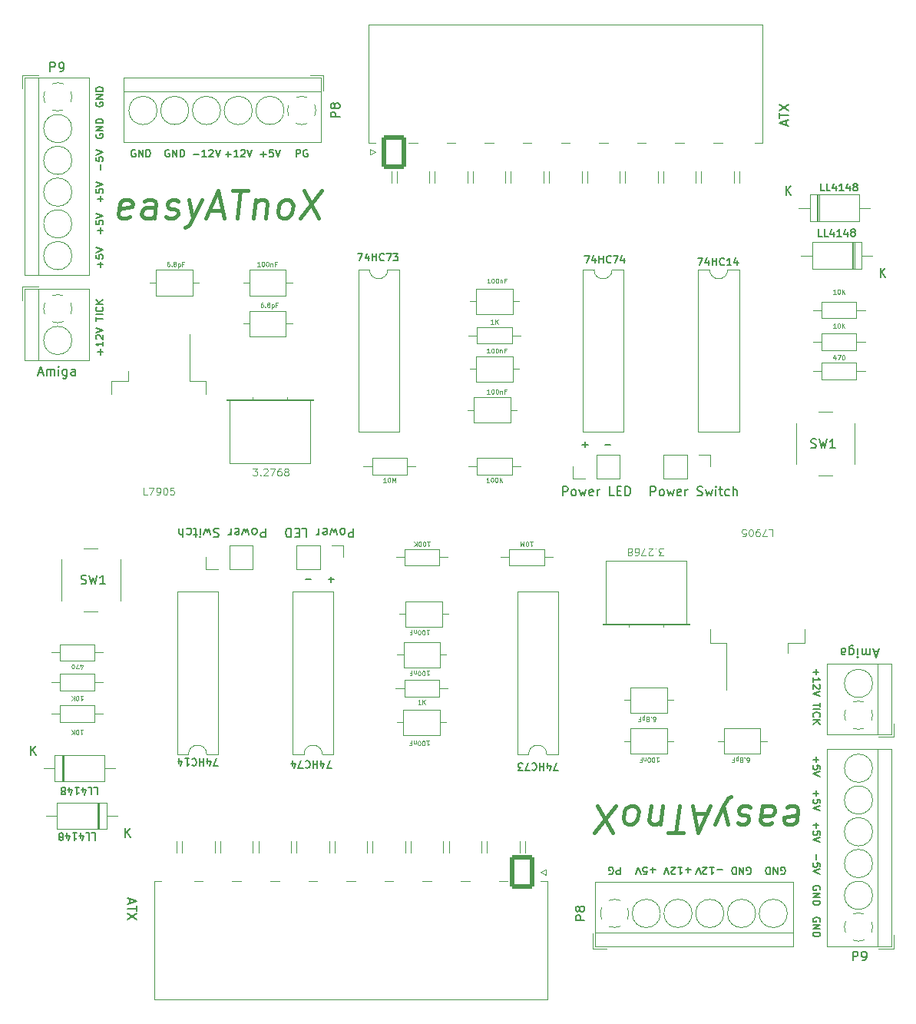
<source format=gbr>
%TF.GenerationSoftware,KiCad,Pcbnew,(6.0.6)*%
%TF.CreationDate,2022-07-01T00:49:36+05:00*%
%TF.ProjectId,MouseBite,4d6f7573-6542-4697-9465-2e6b69636164,rev?*%
%TF.SameCoordinates,Original*%
%TF.FileFunction,Legend,Top*%
%TF.FilePolarity,Positive*%
%FSLAX46Y46*%
G04 Gerber Fmt 4.6, Leading zero omitted, Abs format (unit mm)*
G04 Created by KiCad (PCBNEW (6.0.6)) date 2022-07-01 00:49:36*
%MOMM*%
%LPD*%
G01*
G04 APERTURE LIST*
G04 Aperture macros list*
%AMRoundRect*
0 Rectangle with rounded corners*
0 $1 Rounding radius*
0 $2 $3 $4 $5 $6 $7 $8 $9 X,Y pos of 4 corners*
0 Add a 4 corners polygon primitive as box body*
4,1,4,$2,$3,$4,$5,$6,$7,$8,$9,$2,$3,0*
0 Add four circle primitives for the rounded corners*
1,1,$1+$1,$2,$3*
1,1,$1+$1,$4,$5*
1,1,$1+$1,$6,$7*
1,1,$1+$1,$8,$9*
0 Add four rect primitives between the rounded corners*
20,1,$1+$1,$2,$3,$4,$5,0*
20,1,$1+$1,$4,$5,$6,$7,0*
20,1,$1+$1,$6,$7,$8,$9,0*
20,1,$1+$1,$8,$9,$2,$3,0*%
G04 Aperture macros list end*
%ADD10C,0.150000*%
%ADD11C,0.200000*%
%ADD12C,0.450000*%
%ADD13C,0.125000*%
%ADD14C,0.100000*%
%ADD15C,0.120000*%
%ADD16C,1.400000*%
%ADD17O,1.400000X1.400000*%
%ADD18C,1.600000*%
%ADD19O,1.600000X1.600000*%
%ADD20R,2.400000X2.400000*%
%ADD21C,2.400000*%
%ADD22R,1.700000X1.700000*%
%ADD23O,1.700000X1.700000*%
%ADD24C,3.000000*%
%ADD25RoundRect,0.250001X1.099999X1.599999X-1.099999X1.599999X-1.099999X-1.599999X1.099999X-1.599999X0*%
%ADD26O,2.700000X3.700000*%
%ADD27C,2.000000*%
%ADD28C,1.500000*%
%ADD29R,8.500000X6.500000*%
%ADD30C,7.000000*%
%ADD31R,2.400000X1.600000*%
%ADD32O,2.400000X1.600000*%
%ADD33R,1.100000X4.600000*%
%ADD34R,10.800000X9.400000*%
%ADD35R,1.800000X1.800000*%
%ADD36O,1.800000X1.800000*%
%ADD37RoundRect,0.250001X-1.099999X-1.599999X1.099999X-1.599999X1.099999X1.599999X-1.099999X1.599999X0*%
%ADD38C,0.800000*%
G04 APERTURE END LIST*
D10*
X142692857Y-122221428D02*
X142692857Y-122830952D01*
X142388095Y-122526190D02*
X142997619Y-122526190D01*
X143188095Y-123592857D02*
X143188095Y-123211904D01*
X142807142Y-123173809D01*
X142845238Y-123211904D01*
X142883333Y-123288095D01*
X142883333Y-123478571D01*
X142845238Y-123554761D01*
X142807142Y-123592857D01*
X142730952Y-123630952D01*
X142540476Y-123630952D01*
X142464285Y-123592857D01*
X142426190Y-123554761D01*
X142388095Y-123478571D01*
X142388095Y-123288095D01*
X142426190Y-123211904D01*
X142464285Y-123173809D01*
X143188095Y-123859523D02*
X142388095Y-124126190D01*
X143188095Y-124392857D01*
X63311904Y-66969047D02*
X63311904Y-66511904D01*
X64111904Y-66740476D02*
X63311904Y-66740476D01*
X64111904Y-66245238D02*
X63311904Y-66245238D01*
X64035714Y-65407142D02*
X64073809Y-65445238D01*
X64111904Y-65559523D01*
X64111904Y-65635714D01*
X64073809Y-65750000D01*
X63997619Y-65826190D01*
X63921428Y-65864285D01*
X63769047Y-65902380D01*
X63654761Y-65902380D01*
X63502380Y-65864285D01*
X63426190Y-65826190D01*
X63350000Y-65750000D01*
X63311904Y-65635714D01*
X63311904Y-65559523D01*
X63350000Y-65445238D01*
X63388095Y-65407142D01*
X64111904Y-65064285D02*
X63311904Y-65064285D01*
X64111904Y-64607142D02*
X63654761Y-64950000D01*
X63311904Y-64607142D02*
X63769047Y-65064285D01*
D11*
X89554761Y-95442857D02*
X88945238Y-95442857D01*
X89250000Y-95138095D02*
X89250000Y-95747619D01*
D10*
X142692857Y-105340476D02*
X142692857Y-105950000D01*
X142388095Y-105645238D02*
X142997619Y-105645238D01*
X142388095Y-106750000D02*
X142388095Y-106292857D01*
X142388095Y-106521428D02*
X143188095Y-106521428D01*
X143073809Y-106445238D01*
X142997619Y-106369047D01*
X142959523Y-106292857D01*
X143111904Y-107054761D02*
X143150000Y-107092857D01*
X143188095Y-107169047D01*
X143188095Y-107359523D01*
X143150000Y-107435714D01*
X143111904Y-107473809D01*
X143035714Y-107511904D01*
X142959523Y-107511904D01*
X142845238Y-107473809D01*
X142388095Y-107016666D01*
X142388095Y-107511904D01*
X143188095Y-107740476D02*
X142388095Y-108007142D01*
X143188095Y-108273809D01*
X63350000Y-46359523D02*
X63311904Y-46435714D01*
X63311904Y-46550000D01*
X63350000Y-46664285D01*
X63426190Y-46740476D01*
X63502380Y-46778571D01*
X63654761Y-46816666D01*
X63769047Y-46816666D01*
X63921428Y-46778571D01*
X63997619Y-46740476D01*
X64073809Y-46664285D01*
X64111904Y-46550000D01*
X64111904Y-46473809D01*
X64073809Y-46359523D01*
X64035714Y-46321428D01*
X63769047Y-46321428D01*
X63769047Y-46473809D01*
X64111904Y-45978571D02*
X63311904Y-45978571D01*
X64111904Y-45521428D01*
X63311904Y-45521428D01*
X64111904Y-45140476D02*
X63311904Y-45140476D01*
X63311904Y-44950000D01*
X63350000Y-44835714D01*
X63426190Y-44759523D01*
X63502380Y-44721428D01*
X63654761Y-44683333D01*
X63769047Y-44683333D01*
X63921428Y-44721428D01*
X63997619Y-44759523D01*
X64073809Y-44835714D01*
X64111904Y-44950000D01*
X64111904Y-45140476D01*
D12*
X67019553Y-55464285D02*
X66715982Y-55607142D01*
X66144553Y-55607142D01*
X65876696Y-55464285D01*
X65769553Y-55178571D01*
X65912410Y-54035714D01*
X66090982Y-53750000D01*
X66394553Y-53607142D01*
X66965982Y-53607142D01*
X67233839Y-53750000D01*
X67340982Y-54035714D01*
X67305267Y-54321428D01*
X65840982Y-54607142D01*
X69715982Y-55607142D02*
X69912410Y-54035714D01*
X69805267Y-53750000D01*
X69537410Y-53607142D01*
X68965982Y-53607142D01*
X68662410Y-53750000D01*
X69733839Y-55464285D02*
X69430267Y-55607142D01*
X68715982Y-55607142D01*
X68448125Y-55464285D01*
X68340982Y-55178571D01*
X68376696Y-54892857D01*
X68555267Y-54607142D01*
X68858839Y-54464285D01*
X69573125Y-54464285D01*
X69876696Y-54321428D01*
X71019553Y-55464285D02*
X71287410Y-55607142D01*
X71858839Y-55607142D01*
X72162410Y-55464285D01*
X72340982Y-55178571D01*
X72358839Y-55035714D01*
X72251696Y-54750000D01*
X71983839Y-54607142D01*
X71555267Y-54607142D01*
X71287410Y-54464285D01*
X71180267Y-54178571D01*
X71198125Y-54035714D01*
X71376696Y-53750000D01*
X71680267Y-53607142D01*
X72108839Y-53607142D01*
X72376696Y-53750000D01*
X73537410Y-53607142D02*
X74001696Y-55607142D01*
X74965982Y-53607142D02*
X74001696Y-55607142D01*
X73626696Y-56321428D01*
X73465982Y-56464285D01*
X73162410Y-56607142D01*
X75823125Y-54750000D02*
X77251696Y-54750000D01*
X75430267Y-55607142D02*
X76805267Y-52607142D01*
X77430267Y-55607142D01*
X78376696Y-52607142D02*
X80090982Y-52607142D01*
X78858839Y-55607142D02*
X79233839Y-52607142D01*
X80965982Y-53607142D02*
X80715982Y-55607142D01*
X80930267Y-53892857D02*
X81090982Y-53750000D01*
X81394553Y-53607142D01*
X81823125Y-53607142D01*
X82090982Y-53750000D01*
X82198125Y-54035714D01*
X82001696Y-55607142D01*
X83858839Y-55607142D02*
X83590982Y-55464285D01*
X83465982Y-55321428D01*
X83358839Y-55035714D01*
X83465982Y-54178571D01*
X83644553Y-53892857D01*
X83805267Y-53750000D01*
X84108839Y-53607142D01*
X84537410Y-53607142D01*
X84805267Y-53750000D01*
X84930267Y-53892857D01*
X85037410Y-54178571D01*
X84930267Y-55035714D01*
X84751696Y-55321428D01*
X84590982Y-55464285D01*
X84287410Y-55607142D01*
X83858839Y-55607142D01*
X86233839Y-52607142D02*
X87858839Y-55607142D01*
X88233839Y-52607142D02*
X85858839Y-55607142D01*
D10*
X132409523Y-127442857D02*
X131800000Y-127442857D01*
X131000000Y-127138095D02*
X131457142Y-127138095D01*
X131228571Y-127138095D02*
X131228571Y-127938095D01*
X131304761Y-127823809D01*
X131380952Y-127747619D01*
X131457142Y-127709523D01*
X130695238Y-127861904D02*
X130657142Y-127900000D01*
X130580952Y-127938095D01*
X130390476Y-127938095D01*
X130314285Y-127900000D01*
X130276190Y-127861904D01*
X130238095Y-127785714D01*
X130238095Y-127709523D01*
X130276190Y-127595238D01*
X130733333Y-127138095D01*
X130238095Y-127138095D01*
X130009523Y-127938095D02*
X129742857Y-127138095D01*
X129476190Y-127938095D01*
X71390476Y-48100000D02*
X71314285Y-48061904D01*
X71200000Y-48061904D01*
X71085714Y-48100000D01*
X71009523Y-48176190D01*
X70971428Y-48252380D01*
X70933333Y-48404761D01*
X70933333Y-48519047D01*
X70971428Y-48671428D01*
X71009523Y-48747619D01*
X71085714Y-48823809D01*
X71200000Y-48861904D01*
X71276190Y-48861904D01*
X71390476Y-48823809D01*
X71428571Y-48785714D01*
X71428571Y-48519047D01*
X71276190Y-48519047D01*
X71771428Y-48861904D02*
X71771428Y-48061904D01*
X72228571Y-48861904D01*
X72228571Y-48061904D01*
X72609523Y-48861904D02*
X72609523Y-48061904D01*
X72800000Y-48061904D01*
X72914285Y-48100000D01*
X72990476Y-48176190D01*
X73028571Y-48252380D01*
X73066666Y-48404761D01*
X73066666Y-48519047D01*
X73028571Y-48671428D01*
X72990476Y-48747619D01*
X72914285Y-48823809D01*
X72800000Y-48861904D01*
X72609523Y-48861904D01*
X63807142Y-70659523D02*
X63807142Y-70050000D01*
X64111904Y-70354761D02*
X63502380Y-70354761D01*
X64111904Y-69250000D02*
X64111904Y-69707142D01*
X64111904Y-69478571D02*
X63311904Y-69478571D01*
X63426190Y-69554761D01*
X63502380Y-69630952D01*
X63540476Y-69707142D01*
X63388095Y-68945238D02*
X63350000Y-68907142D01*
X63311904Y-68830952D01*
X63311904Y-68640476D01*
X63350000Y-68564285D01*
X63388095Y-68526190D01*
X63464285Y-68488095D01*
X63540476Y-68488095D01*
X63654761Y-68526190D01*
X64111904Y-68983333D01*
X64111904Y-68488095D01*
X63311904Y-68259523D02*
X64111904Y-67992857D01*
X63311904Y-67726190D01*
X142692857Y-125721428D02*
X142692857Y-126330952D01*
X143188095Y-127092857D02*
X143188095Y-126711904D01*
X142807142Y-126673809D01*
X142845238Y-126711904D01*
X142883333Y-126788095D01*
X142883333Y-126978571D01*
X142845238Y-127054761D01*
X142807142Y-127092857D01*
X142730952Y-127130952D01*
X142540476Y-127130952D01*
X142464285Y-127092857D01*
X142426190Y-127054761D01*
X142388095Y-126978571D01*
X142388095Y-126788095D01*
X142426190Y-126711904D01*
X142464285Y-126673809D01*
X143188095Y-127359523D02*
X142388095Y-127626190D01*
X143188095Y-127892857D01*
X125028571Y-127442857D02*
X124419047Y-127442857D01*
X124723809Y-127138095D02*
X124723809Y-127747619D01*
X123657142Y-127938095D02*
X124038095Y-127938095D01*
X124076190Y-127557142D01*
X124038095Y-127595238D01*
X123961904Y-127633333D01*
X123771428Y-127633333D01*
X123695238Y-127595238D01*
X123657142Y-127557142D01*
X123619047Y-127480952D01*
X123619047Y-127290476D01*
X123657142Y-127214285D01*
X123695238Y-127176190D01*
X123771428Y-127138095D01*
X123961904Y-127138095D01*
X124038095Y-127176190D01*
X124076190Y-127214285D01*
X123390476Y-127938095D02*
X123123809Y-127138095D01*
X122857142Y-127938095D01*
D11*
X119445238Y-80557142D02*
X120054761Y-80557142D01*
D10*
X143150000Y-129640476D02*
X143188095Y-129564285D01*
X143188095Y-129450000D01*
X143150000Y-129335714D01*
X143073809Y-129259523D01*
X142997619Y-129221428D01*
X142845238Y-129183333D01*
X142730952Y-129183333D01*
X142578571Y-129221428D01*
X142502380Y-129259523D01*
X142426190Y-129335714D01*
X142388095Y-129450000D01*
X142388095Y-129526190D01*
X142426190Y-129640476D01*
X142464285Y-129678571D01*
X142730952Y-129678571D01*
X142730952Y-129526190D01*
X142388095Y-130021428D02*
X143188095Y-130021428D01*
X142388095Y-130478571D01*
X143188095Y-130478571D01*
X142388095Y-130859523D02*
X143188095Y-130859523D01*
X143188095Y-131050000D01*
X143150000Y-131164285D01*
X143073809Y-131240476D01*
X142997619Y-131278571D01*
X142845238Y-131316666D01*
X142730952Y-131316666D01*
X142578571Y-131278571D01*
X142502380Y-131240476D01*
X142426190Y-131164285D01*
X142388095Y-131050000D01*
X142388095Y-130859523D01*
X81471428Y-48557142D02*
X82080952Y-48557142D01*
X81776190Y-48861904D02*
X81776190Y-48252380D01*
X82842857Y-48061904D02*
X82461904Y-48061904D01*
X82423809Y-48442857D01*
X82461904Y-48404761D01*
X82538095Y-48366666D01*
X82728571Y-48366666D01*
X82804761Y-48404761D01*
X82842857Y-48442857D01*
X82880952Y-48519047D01*
X82880952Y-48709523D01*
X82842857Y-48785714D01*
X82804761Y-48823809D01*
X82728571Y-48861904D01*
X82538095Y-48861904D01*
X82461904Y-48823809D01*
X82423809Y-48785714D01*
X83109523Y-48061904D02*
X83376190Y-48861904D01*
X83642857Y-48061904D01*
X77590476Y-48557142D02*
X78200000Y-48557142D01*
X77895238Y-48861904D02*
X77895238Y-48252380D01*
X79000000Y-48861904D02*
X78542857Y-48861904D01*
X78771428Y-48861904D02*
X78771428Y-48061904D01*
X78695238Y-48176190D01*
X78619047Y-48252380D01*
X78542857Y-48290476D01*
X79304761Y-48138095D02*
X79342857Y-48100000D01*
X79419047Y-48061904D01*
X79609523Y-48061904D01*
X79685714Y-48100000D01*
X79723809Y-48138095D01*
X79761904Y-48214285D01*
X79761904Y-48290476D01*
X79723809Y-48404761D01*
X79266666Y-48861904D01*
X79761904Y-48861904D01*
X79990476Y-48061904D02*
X80257142Y-48861904D01*
X80523809Y-48061904D01*
X128909523Y-127442857D02*
X128300000Y-127442857D01*
X128604761Y-127138095D02*
X128604761Y-127747619D01*
X127500000Y-127138095D02*
X127957142Y-127138095D01*
X127728571Y-127138095D02*
X127728571Y-127938095D01*
X127804761Y-127823809D01*
X127880952Y-127747619D01*
X127957142Y-127709523D01*
X127195238Y-127861904D02*
X127157142Y-127900000D01*
X127080952Y-127938095D01*
X126890476Y-127938095D01*
X126814285Y-127900000D01*
X126776190Y-127861904D01*
X126738095Y-127785714D01*
X126738095Y-127709523D01*
X126776190Y-127595238D01*
X127233333Y-127138095D01*
X126738095Y-127138095D01*
X126509523Y-127938095D02*
X126242857Y-127138095D01*
X125976190Y-127938095D01*
X138859523Y-127900000D02*
X138935714Y-127938095D01*
X139050000Y-127938095D01*
X139164285Y-127900000D01*
X139240476Y-127823809D01*
X139278571Y-127747619D01*
X139316666Y-127595238D01*
X139316666Y-127480952D01*
X139278571Y-127328571D01*
X139240476Y-127252380D01*
X139164285Y-127176190D01*
X139050000Y-127138095D01*
X138973809Y-127138095D01*
X138859523Y-127176190D01*
X138821428Y-127214285D01*
X138821428Y-127480952D01*
X138973809Y-127480952D01*
X138478571Y-127138095D02*
X138478571Y-127938095D01*
X138021428Y-127138095D01*
X138021428Y-127938095D01*
X137640476Y-127138095D02*
X137640476Y-127938095D01*
X137450000Y-127938095D01*
X137335714Y-127900000D01*
X137259523Y-127823809D01*
X137221428Y-127747619D01*
X137183333Y-127595238D01*
X137183333Y-127480952D01*
X137221428Y-127328571D01*
X137259523Y-127252380D01*
X137335714Y-127176190D01*
X137450000Y-127138095D01*
X137640476Y-127138095D01*
X63807142Y-61028571D02*
X63807142Y-60419047D01*
X64111904Y-60723809D02*
X63502380Y-60723809D01*
X63311904Y-59657142D02*
X63311904Y-60038095D01*
X63692857Y-60076190D01*
X63654761Y-60038095D01*
X63616666Y-59961904D01*
X63616666Y-59771428D01*
X63654761Y-59695238D01*
X63692857Y-59657142D01*
X63769047Y-59619047D01*
X63959523Y-59619047D01*
X64035714Y-59657142D01*
X64073809Y-59695238D01*
X64111904Y-59771428D01*
X64111904Y-59961904D01*
X64073809Y-60038095D01*
X64035714Y-60076190D01*
X63311904Y-59390476D02*
X64111904Y-59123809D01*
X63311904Y-58857142D01*
X135109523Y-127900000D02*
X135185714Y-127938095D01*
X135300000Y-127938095D01*
X135414285Y-127900000D01*
X135490476Y-127823809D01*
X135528571Y-127747619D01*
X135566666Y-127595238D01*
X135566666Y-127480952D01*
X135528571Y-127328571D01*
X135490476Y-127252380D01*
X135414285Y-127176190D01*
X135300000Y-127138095D01*
X135223809Y-127138095D01*
X135109523Y-127176190D01*
X135071428Y-127214285D01*
X135071428Y-127480952D01*
X135223809Y-127480952D01*
X134728571Y-127138095D02*
X134728571Y-127938095D01*
X134271428Y-127138095D01*
X134271428Y-127938095D01*
X133890476Y-127138095D02*
X133890476Y-127938095D01*
X133700000Y-127938095D01*
X133585714Y-127900000D01*
X133509523Y-127823809D01*
X133471428Y-127747619D01*
X133433333Y-127595238D01*
X133433333Y-127480952D01*
X133471428Y-127328571D01*
X133509523Y-127252380D01*
X133585714Y-127176190D01*
X133700000Y-127138095D01*
X133890476Y-127138095D01*
X121109523Y-127138095D02*
X121109523Y-127938095D01*
X120804761Y-127938095D01*
X120728571Y-127900000D01*
X120690476Y-127861904D01*
X120652380Y-127785714D01*
X120652380Y-127671428D01*
X120690476Y-127595238D01*
X120728571Y-127557142D01*
X120804761Y-127519047D01*
X121109523Y-127519047D01*
X119890476Y-127900000D02*
X119966666Y-127938095D01*
X120080952Y-127938095D01*
X120195238Y-127900000D01*
X120271428Y-127823809D01*
X120309523Y-127747619D01*
X120347619Y-127595238D01*
X120347619Y-127480952D01*
X120309523Y-127328571D01*
X120271428Y-127252380D01*
X120195238Y-127176190D01*
X120080952Y-127138095D01*
X120004761Y-127138095D01*
X119890476Y-127176190D01*
X119852380Y-127214285D01*
X119852380Y-127480952D01*
X120004761Y-127480952D01*
X63350000Y-42859523D02*
X63311904Y-42935714D01*
X63311904Y-43050000D01*
X63350000Y-43164285D01*
X63426190Y-43240476D01*
X63502380Y-43278571D01*
X63654761Y-43316666D01*
X63769047Y-43316666D01*
X63921428Y-43278571D01*
X63997619Y-43240476D01*
X64073809Y-43164285D01*
X64111904Y-43050000D01*
X64111904Y-42973809D01*
X64073809Y-42859523D01*
X64035714Y-42821428D01*
X63769047Y-42821428D01*
X63769047Y-42973809D01*
X64111904Y-42478571D02*
X63311904Y-42478571D01*
X64111904Y-42021428D01*
X63311904Y-42021428D01*
X64111904Y-41640476D02*
X63311904Y-41640476D01*
X63311904Y-41450000D01*
X63350000Y-41335714D01*
X63426190Y-41259523D01*
X63502380Y-41221428D01*
X63654761Y-41183333D01*
X63769047Y-41183333D01*
X63921428Y-41221428D01*
X63997619Y-41259523D01*
X64073809Y-41335714D01*
X64111904Y-41450000D01*
X64111904Y-41640476D01*
X142692857Y-118721428D02*
X142692857Y-119330952D01*
X142388095Y-119026190D02*
X142997619Y-119026190D01*
X143188095Y-120092857D02*
X143188095Y-119711904D01*
X142807142Y-119673809D01*
X142845238Y-119711904D01*
X142883333Y-119788095D01*
X142883333Y-119978571D01*
X142845238Y-120054761D01*
X142807142Y-120092857D01*
X142730952Y-120130952D01*
X142540476Y-120130952D01*
X142464285Y-120092857D01*
X142426190Y-120054761D01*
X142388095Y-119978571D01*
X142388095Y-119788095D01*
X142426190Y-119711904D01*
X142464285Y-119673809D01*
X143188095Y-120359523D02*
X142388095Y-120626190D01*
X143188095Y-120892857D01*
X143188095Y-109030952D02*
X143188095Y-109488095D01*
X142388095Y-109259523D02*
X143188095Y-109259523D01*
X142388095Y-109754761D02*
X143188095Y-109754761D01*
X142464285Y-110592857D02*
X142426190Y-110554761D01*
X142388095Y-110440476D01*
X142388095Y-110364285D01*
X142426190Y-110250000D01*
X142502380Y-110173809D01*
X142578571Y-110135714D01*
X142730952Y-110097619D01*
X142845238Y-110097619D01*
X142997619Y-110135714D01*
X143073809Y-110173809D01*
X143150000Y-110250000D01*
X143188095Y-110364285D01*
X143188095Y-110440476D01*
X143150000Y-110554761D01*
X143111904Y-110592857D01*
X142388095Y-110935714D02*
X143188095Y-110935714D01*
X142388095Y-111392857D02*
X142845238Y-111050000D01*
X143188095Y-111392857D02*
X142730952Y-110935714D01*
X63807142Y-57278571D02*
X63807142Y-56669047D01*
X64111904Y-56973809D02*
X63502380Y-56973809D01*
X63311904Y-55907142D02*
X63311904Y-56288095D01*
X63692857Y-56326190D01*
X63654761Y-56288095D01*
X63616666Y-56211904D01*
X63616666Y-56021428D01*
X63654761Y-55945238D01*
X63692857Y-55907142D01*
X63769047Y-55869047D01*
X63959523Y-55869047D01*
X64035714Y-55907142D01*
X64073809Y-55945238D01*
X64111904Y-56021428D01*
X64111904Y-56211904D01*
X64073809Y-56288095D01*
X64035714Y-56326190D01*
X63311904Y-55640476D02*
X64111904Y-55373809D01*
X63311904Y-55107142D01*
D12*
X139480446Y-120535714D02*
X139784017Y-120392857D01*
X140355446Y-120392857D01*
X140623303Y-120535714D01*
X140730446Y-120821428D01*
X140587589Y-121964285D01*
X140409017Y-122250000D01*
X140105446Y-122392857D01*
X139534017Y-122392857D01*
X139266160Y-122250000D01*
X139159017Y-121964285D01*
X139194732Y-121678571D01*
X140659017Y-121392857D01*
X136784017Y-120392857D02*
X136587589Y-121964285D01*
X136694732Y-122250000D01*
X136962589Y-122392857D01*
X137534017Y-122392857D01*
X137837589Y-122250000D01*
X136766160Y-120535714D02*
X137069732Y-120392857D01*
X137784017Y-120392857D01*
X138051875Y-120535714D01*
X138159017Y-120821428D01*
X138123303Y-121107142D01*
X137944732Y-121392857D01*
X137641160Y-121535714D01*
X136926875Y-121535714D01*
X136623303Y-121678571D01*
X135480446Y-120535714D02*
X135212589Y-120392857D01*
X134641160Y-120392857D01*
X134337589Y-120535714D01*
X134159017Y-120821428D01*
X134141160Y-120964285D01*
X134248303Y-121250000D01*
X134516160Y-121392857D01*
X134944732Y-121392857D01*
X135212589Y-121535714D01*
X135319732Y-121821428D01*
X135301875Y-121964285D01*
X135123303Y-122250000D01*
X134819732Y-122392857D01*
X134391160Y-122392857D01*
X134123303Y-122250000D01*
X132962589Y-122392857D02*
X132498303Y-120392857D01*
X131534017Y-122392857D02*
X132498303Y-120392857D01*
X132873303Y-119678571D01*
X133034017Y-119535714D01*
X133337589Y-119392857D01*
X130676875Y-121250000D02*
X129248303Y-121250000D01*
X131069732Y-120392857D02*
X129694732Y-123392857D01*
X129069732Y-120392857D01*
X128123303Y-123392857D02*
X126409017Y-123392857D01*
X127641160Y-120392857D02*
X127266160Y-123392857D01*
X125534017Y-122392857D02*
X125784017Y-120392857D01*
X125569732Y-122107142D02*
X125409017Y-122250000D01*
X125105446Y-122392857D01*
X124676875Y-122392857D01*
X124409017Y-122250000D01*
X124301875Y-121964285D01*
X124498303Y-120392857D01*
X122641160Y-120392857D02*
X122909017Y-120535714D01*
X123034017Y-120678571D01*
X123141160Y-120964285D01*
X123034017Y-121821428D01*
X122855446Y-122107142D01*
X122694732Y-122250000D01*
X122391160Y-122392857D01*
X121962589Y-122392857D01*
X121694732Y-122250000D01*
X121569732Y-122107142D01*
X121462589Y-121821428D01*
X121569732Y-120964285D01*
X121748303Y-120678571D01*
X121909017Y-120535714D01*
X122212589Y-120392857D01*
X122641160Y-120392857D01*
X120266160Y-123392857D02*
X118641160Y-120392857D01*
X118266160Y-123392857D02*
X120641160Y-120392857D01*
D10*
X67640476Y-48100000D02*
X67564285Y-48061904D01*
X67450000Y-48061904D01*
X67335714Y-48100000D01*
X67259523Y-48176190D01*
X67221428Y-48252380D01*
X67183333Y-48404761D01*
X67183333Y-48519047D01*
X67221428Y-48671428D01*
X67259523Y-48747619D01*
X67335714Y-48823809D01*
X67450000Y-48861904D01*
X67526190Y-48861904D01*
X67640476Y-48823809D01*
X67678571Y-48785714D01*
X67678571Y-48519047D01*
X67526190Y-48519047D01*
X68021428Y-48861904D02*
X68021428Y-48061904D01*
X68478571Y-48861904D01*
X68478571Y-48061904D01*
X68859523Y-48861904D02*
X68859523Y-48061904D01*
X69050000Y-48061904D01*
X69164285Y-48100000D01*
X69240476Y-48176190D01*
X69278571Y-48252380D01*
X69316666Y-48404761D01*
X69316666Y-48519047D01*
X69278571Y-48671428D01*
X69240476Y-48747619D01*
X69164285Y-48823809D01*
X69050000Y-48861904D01*
X68859523Y-48861904D01*
X143150000Y-133140476D02*
X143188095Y-133064285D01*
X143188095Y-132950000D01*
X143150000Y-132835714D01*
X143073809Y-132759523D01*
X142997619Y-132721428D01*
X142845238Y-132683333D01*
X142730952Y-132683333D01*
X142578571Y-132721428D01*
X142502380Y-132759523D01*
X142426190Y-132835714D01*
X142388095Y-132950000D01*
X142388095Y-133026190D01*
X142426190Y-133140476D01*
X142464285Y-133178571D01*
X142730952Y-133178571D01*
X142730952Y-133026190D01*
X142388095Y-133521428D02*
X143188095Y-133521428D01*
X142388095Y-133978571D01*
X143188095Y-133978571D01*
X142388095Y-134359523D02*
X143188095Y-134359523D01*
X143188095Y-134550000D01*
X143150000Y-134664285D01*
X143073809Y-134740476D01*
X142997619Y-134778571D01*
X142845238Y-134816666D01*
X142730952Y-134816666D01*
X142578571Y-134778571D01*
X142502380Y-134740476D01*
X142426190Y-134664285D01*
X142388095Y-134550000D01*
X142388095Y-134359523D01*
D11*
X116945238Y-80557142D02*
X117554761Y-80557142D01*
X117250000Y-80861904D02*
X117250000Y-80252380D01*
D10*
X74090476Y-48557142D02*
X74700000Y-48557142D01*
X75500000Y-48861904D02*
X75042857Y-48861904D01*
X75271428Y-48861904D02*
X75271428Y-48061904D01*
X75195238Y-48176190D01*
X75119047Y-48252380D01*
X75042857Y-48290476D01*
X75804761Y-48138095D02*
X75842857Y-48100000D01*
X75919047Y-48061904D01*
X76109523Y-48061904D01*
X76185714Y-48100000D01*
X76223809Y-48138095D01*
X76261904Y-48214285D01*
X76261904Y-48290476D01*
X76223809Y-48404761D01*
X75766666Y-48861904D01*
X76261904Y-48861904D01*
X76490476Y-48061904D02*
X76757142Y-48861904D01*
X77023809Y-48061904D01*
X63807142Y-53778571D02*
X63807142Y-53169047D01*
X64111904Y-53473809D02*
X63502380Y-53473809D01*
X63311904Y-52407142D02*
X63311904Y-52788095D01*
X63692857Y-52826190D01*
X63654761Y-52788095D01*
X63616666Y-52711904D01*
X63616666Y-52521428D01*
X63654761Y-52445238D01*
X63692857Y-52407142D01*
X63769047Y-52369047D01*
X63959523Y-52369047D01*
X64035714Y-52407142D01*
X64073809Y-52445238D01*
X64111904Y-52521428D01*
X64111904Y-52711904D01*
X64073809Y-52788095D01*
X64035714Y-52826190D01*
X63311904Y-52140476D02*
X64111904Y-51873809D01*
X63311904Y-51607142D01*
X142692857Y-114971428D02*
X142692857Y-115580952D01*
X142388095Y-115276190D02*
X142997619Y-115276190D01*
X143188095Y-116342857D02*
X143188095Y-115961904D01*
X142807142Y-115923809D01*
X142845238Y-115961904D01*
X142883333Y-116038095D01*
X142883333Y-116228571D01*
X142845238Y-116304761D01*
X142807142Y-116342857D01*
X142730952Y-116380952D01*
X142540476Y-116380952D01*
X142464285Y-116342857D01*
X142426190Y-116304761D01*
X142388095Y-116228571D01*
X142388095Y-116038095D01*
X142426190Y-115961904D01*
X142464285Y-115923809D01*
X143188095Y-116609523D02*
X142388095Y-116876190D01*
X143188095Y-117142857D01*
X63807142Y-50278571D02*
X63807142Y-49669047D01*
X63311904Y-48907142D02*
X63311904Y-49288095D01*
X63692857Y-49326190D01*
X63654761Y-49288095D01*
X63616666Y-49211904D01*
X63616666Y-49021428D01*
X63654761Y-48945238D01*
X63692857Y-48907142D01*
X63769047Y-48869047D01*
X63959523Y-48869047D01*
X64035714Y-48907142D01*
X64073809Y-48945238D01*
X64111904Y-49021428D01*
X64111904Y-49211904D01*
X64073809Y-49288095D01*
X64035714Y-49326190D01*
X63311904Y-48640476D02*
X64111904Y-48373809D01*
X63311904Y-48107142D01*
X85390476Y-48861904D02*
X85390476Y-48061904D01*
X85695238Y-48061904D01*
X85771428Y-48100000D01*
X85809523Y-48138095D01*
X85847619Y-48214285D01*
X85847619Y-48328571D01*
X85809523Y-48404761D01*
X85771428Y-48442857D01*
X85695238Y-48480952D01*
X85390476Y-48480952D01*
X86609523Y-48100000D02*
X86533333Y-48061904D01*
X86419047Y-48061904D01*
X86304761Y-48100000D01*
X86228571Y-48176190D01*
X86190476Y-48252380D01*
X86152380Y-48404761D01*
X86152380Y-48519047D01*
X86190476Y-48671428D01*
X86228571Y-48747619D01*
X86304761Y-48823809D01*
X86419047Y-48861904D01*
X86495238Y-48861904D01*
X86609523Y-48823809D01*
X86647619Y-48785714D01*
X86647619Y-48519047D01*
X86495238Y-48519047D01*
D11*
X87054761Y-95442857D02*
X86445238Y-95442857D01*
D13*
%TO.C,R1*%
X144904761Y-63976190D02*
X144619047Y-63976190D01*
X144761904Y-63976190D02*
X144761904Y-63476190D01*
X144714285Y-63547619D01*
X144666666Y-63595238D01*
X144619047Y-63619047D01*
X145214285Y-63476190D02*
X145261904Y-63476190D01*
X145309523Y-63500000D01*
X145333333Y-63523809D01*
X145357142Y-63571428D01*
X145380952Y-63666666D01*
X145380952Y-63785714D01*
X145357142Y-63880952D01*
X145333333Y-63928571D01*
X145309523Y-63952380D01*
X145261904Y-63976190D01*
X145214285Y-63976190D01*
X145166666Y-63952380D01*
X145142857Y-63928571D01*
X145119047Y-63880952D01*
X145095238Y-63785714D01*
X145095238Y-63666666D01*
X145119047Y-63571428D01*
X145142857Y-63523809D01*
X145166666Y-63500000D01*
X145214285Y-63476190D01*
X145595238Y-63976190D02*
X145595238Y-63476190D01*
X145880952Y-63976190D02*
X145666666Y-63690476D01*
X145880952Y-63476190D02*
X145595238Y-63761904D01*
%TO.C,C8*%
X71397619Y-60431190D02*
X71302380Y-60431190D01*
X71254761Y-60455000D01*
X71230952Y-60478809D01*
X71183333Y-60550238D01*
X71159523Y-60645476D01*
X71159523Y-60835952D01*
X71183333Y-60883571D01*
X71207142Y-60907380D01*
X71254761Y-60931190D01*
X71350000Y-60931190D01*
X71397619Y-60907380D01*
X71421428Y-60883571D01*
X71445238Y-60835952D01*
X71445238Y-60716904D01*
X71421428Y-60669285D01*
X71397619Y-60645476D01*
X71350000Y-60621666D01*
X71254761Y-60621666D01*
X71207142Y-60645476D01*
X71183333Y-60669285D01*
X71159523Y-60716904D01*
X71659523Y-60883571D02*
X71683333Y-60907380D01*
X71659523Y-60931190D01*
X71635714Y-60907380D01*
X71659523Y-60883571D01*
X71659523Y-60931190D01*
X71969047Y-60645476D02*
X71921428Y-60621666D01*
X71897619Y-60597857D01*
X71873809Y-60550238D01*
X71873809Y-60526428D01*
X71897619Y-60478809D01*
X71921428Y-60455000D01*
X71969047Y-60431190D01*
X72064285Y-60431190D01*
X72111904Y-60455000D01*
X72135714Y-60478809D01*
X72159523Y-60526428D01*
X72159523Y-60550238D01*
X72135714Y-60597857D01*
X72111904Y-60621666D01*
X72064285Y-60645476D01*
X71969047Y-60645476D01*
X71921428Y-60669285D01*
X71897619Y-60693095D01*
X71873809Y-60740714D01*
X71873809Y-60835952D01*
X71897619Y-60883571D01*
X71921428Y-60907380D01*
X71969047Y-60931190D01*
X72064285Y-60931190D01*
X72111904Y-60907380D01*
X72135714Y-60883571D01*
X72159523Y-60835952D01*
X72159523Y-60740714D01*
X72135714Y-60693095D01*
X72111904Y-60669285D01*
X72064285Y-60645476D01*
X72373809Y-60597857D02*
X72373809Y-61097857D01*
X72373809Y-60621666D02*
X72421428Y-60597857D01*
X72516666Y-60597857D01*
X72564285Y-60621666D01*
X72588095Y-60645476D01*
X72611904Y-60693095D01*
X72611904Y-60835952D01*
X72588095Y-60883571D01*
X72564285Y-60907380D01*
X72516666Y-60931190D01*
X72421428Y-60931190D01*
X72373809Y-60907380D01*
X72992857Y-60669285D02*
X72826190Y-60669285D01*
X72826190Y-60931190D02*
X72826190Y-60431190D01*
X73064285Y-60431190D01*
%TO.C,C3*%
X99773809Y-101023809D02*
X100059523Y-101023809D01*
X99916666Y-101023809D02*
X99916666Y-101523809D01*
X99964285Y-101452380D01*
X100011904Y-101404761D01*
X100059523Y-101380952D01*
X99464285Y-101523809D02*
X99416666Y-101523809D01*
X99369047Y-101500000D01*
X99345238Y-101476190D01*
X99321428Y-101428571D01*
X99297619Y-101333333D01*
X99297619Y-101214285D01*
X99321428Y-101119047D01*
X99345238Y-101071428D01*
X99369047Y-101047619D01*
X99416666Y-101023809D01*
X99464285Y-101023809D01*
X99511904Y-101047619D01*
X99535714Y-101071428D01*
X99559523Y-101119047D01*
X99583333Y-101214285D01*
X99583333Y-101333333D01*
X99559523Y-101428571D01*
X99535714Y-101476190D01*
X99511904Y-101500000D01*
X99464285Y-101523809D01*
X98988095Y-101523809D02*
X98940476Y-101523809D01*
X98892857Y-101500000D01*
X98869047Y-101476190D01*
X98845238Y-101428571D01*
X98821428Y-101333333D01*
X98821428Y-101214285D01*
X98845238Y-101119047D01*
X98869047Y-101071428D01*
X98892857Y-101047619D01*
X98940476Y-101023809D01*
X98988095Y-101023809D01*
X99035714Y-101047619D01*
X99059523Y-101071428D01*
X99083333Y-101119047D01*
X99107142Y-101214285D01*
X99107142Y-101333333D01*
X99083333Y-101428571D01*
X99059523Y-101476190D01*
X99035714Y-101500000D01*
X98988095Y-101523809D01*
X98607142Y-101357142D02*
X98607142Y-101023809D01*
X98607142Y-101309523D02*
X98583333Y-101333333D01*
X98535714Y-101357142D01*
X98464285Y-101357142D01*
X98416666Y-101333333D01*
X98392857Y-101285714D01*
X98392857Y-101023809D01*
X97988095Y-101285714D02*
X98154761Y-101285714D01*
X98154761Y-101023809D02*
X98154761Y-101523809D01*
X97916666Y-101523809D01*
D10*
%TO.C,P8*%
X117202380Y-132988095D02*
X116202380Y-132988095D01*
X116202380Y-132607142D01*
X116250000Y-132511904D01*
X116297619Y-132464285D01*
X116392857Y-132416666D01*
X116535714Y-132416666D01*
X116630952Y-132464285D01*
X116678571Y-132511904D01*
X116726190Y-132607142D01*
X116726190Y-132988095D01*
X116630952Y-131845238D02*
X116583333Y-131940476D01*
X116535714Y-131988095D01*
X116440476Y-132035714D01*
X116392857Y-132035714D01*
X116297619Y-131988095D01*
X116250000Y-131940476D01*
X116202380Y-131845238D01*
X116202380Y-131654761D01*
X116250000Y-131559523D01*
X116297619Y-131511904D01*
X116392857Y-131464285D01*
X116440476Y-131464285D01*
X116535714Y-131511904D01*
X116583333Y-131559523D01*
X116630952Y-131654761D01*
X116630952Y-131845238D01*
X116678571Y-131940476D01*
X116726190Y-131988095D01*
X116821428Y-132035714D01*
X117011904Y-132035714D01*
X117107142Y-131988095D01*
X117154761Y-131940476D01*
X117202380Y-131845238D01*
X117202380Y-131654761D01*
X117154761Y-131559523D01*
X117107142Y-131511904D01*
X117011904Y-131464285D01*
X116821428Y-131464285D01*
X116726190Y-131511904D01*
X116678571Y-131559523D01*
X116630952Y-131654761D01*
%TO.C,J4*%
X114785714Y-86202380D02*
X114785714Y-85202380D01*
X115166666Y-85202380D01*
X115261904Y-85250000D01*
X115309523Y-85297619D01*
X115357142Y-85392857D01*
X115357142Y-85535714D01*
X115309523Y-85630952D01*
X115261904Y-85678571D01*
X115166666Y-85726190D01*
X114785714Y-85726190D01*
X115928571Y-86202380D02*
X115833333Y-86154761D01*
X115785714Y-86107142D01*
X115738095Y-86011904D01*
X115738095Y-85726190D01*
X115785714Y-85630952D01*
X115833333Y-85583333D01*
X115928571Y-85535714D01*
X116071428Y-85535714D01*
X116166666Y-85583333D01*
X116214285Y-85630952D01*
X116261904Y-85726190D01*
X116261904Y-86011904D01*
X116214285Y-86107142D01*
X116166666Y-86154761D01*
X116071428Y-86202380D01*
X115928571Y-86202380D01*
X116595238Y-85535714D02*
X116785714Y-86202380D01*
X116976190Y-85726190D01*
X117166666Y-86202380D01*
X117357142Y-85535714D01*
X118119047Y-86154761D02*
X118023809Y-86202380D01*
X117833333Y-86202380D01*
X117738095Y-86154761D01*
X117690476Y-86059523D01*
X117690476Y-85678571D01*
X117738095Y-85583333D01*
X117833333Y-85535714D01*
X118023809Y-85535714D01*
X118119047Y-85583333D01*
X118166666Y-85678571D01*
X118166666Y-85773809D01*
X117690476Y-85869047D01*
X118595238Y-86202380D02*
X118595238Y-85535714D01*
X118595238Y-85726190D02*
X118642857Y-85630952D01*
X118690476Y-85583333D01*
X118785714Y-85535714D01*
X118880952Y-85535714D01*
X120452380Y-86202380D02*
X119976190Y-86202380D01*
X119976190Y-85202380D01*
X120785714Y-85678571D02*
X121119047Y-85678571D01*
X121261904Y-86202380D02*
X120785714Y-86202380D01*
X120785714Y-85202380D01*
X121261904Y-85202380D01*
X121690476Y-86202380D02*
X121690476Y-85202380D01*
X121928571Y-85202380D01*
X122071428Y-85250000D01*
X122166666Y-85345238D01*
X122214285Y-85440476D01*
X122261904Y-85630952D01*
X122261904Y-85773809D01*
X122214285Y-85964285D01*
X122166666Y-86059523D01*
X122071428Y-86154761D01*
X121928571Y-86202380D01*
X121690476Y-86202380D01*
%TO.C,ATX*%
X67083333Y-130654761D02*
X67083333Y-131130952D01*
X66797619Y-130559523D02*
X67797619Y-130892857D01*
X66797619Y-131226190D01*
X67797619Y-131416666D02*
X67797619Y-131988095D01*
X66797619Y-131702380D02*
X67797619Y-131702380D01*
X67797619Y-132226190D02*
X66797619Y-132892857D01*
X67797619Y-132892857D02*
X66797619Y-132226190D01*
%TO.C,SW1*%
X61666666Y-95904761D02*
X61809523Y-95952380D01*
X62047619Y-95952380D01*
X62142857Y-95904761D01*
X62190476Y-95857142D01*
X62238095Y-95761904D01*
X62238095Y-95666666D01*
X62190476Y-95571428D01*
X62142857Y-95523809D01*
X62047619Y-95476190D01*
X61857142Y-95428571D01*
X61761904Y-95380952D01*
X61714285Y-95333333D01*
X61666666Y-95238095D01*
X61666666Y-95142857D01*
X61714285Y-95047619D01*
X61761904Y-95000000D01*
X61857142Y-94952380D01*
X62095238Y-94952380D01*
X62238095Y-95000000D01*
X62571428Y-94952380D02*
X62809523Y-95952380D01*
X63000000Y-95238095D01*
X63190476Y-95952380D01*
X63428571Y-94952380D01*
X64333333Y-95952380D02*
X63761904Y-95952380D01*
X64047619Y-95952380D02*
X64047619Y-94952380D01*
X63952380Y-95095238D01*
X63857142Y-95190476D01*
X63761904Y-95238095D01*
D13*
%TO.C,C4*%
X99773809Y-105523809D02*
X100059523Y-105523809D01*
X99916666Y-105523809D02*
X99916666Y-106023809D01*
X99964285Y-105952380D01*
X100011904Y-105904761D01*
X100059523Y-105880952D01*
X99464285Y-106023809D02*
X99416666Y-106023809D01*
X99369047Y-106000000D01*
X99345238Y-105976190D01*
X99321428Y-105928571D01*
X99297619Y-105833333D01*
X99297619Y-105714285D01*
X99321428Y-105619047D01*
X99345238Y-105571428D01*
X99369047Y-105547619D01*
X99416666Y-105523809D01*
X99464285Y-105523809D01*
X99511904Y-105547619D01*
X99535714Y-105571428D01*
X99559523Y-105619047D01*
X99583333Y-105714285D01*
X99583333Y-105833333D01*
X99559523Y-105928571D01*
X99535714Y-105976190D01*
X99511904Y-106000000D01*
X99464285Y-106023809D01*
X98988095Y-106023809D02*
X98940476Y-106023809D01*
X98892857Y-106000000D01*
X98869047Y-105976190D01*
X98845238Y-105928571D01*
X98821428Y-105833333D01*
X98821428Y-105714285D01*
X98845238Y-105619047D01*
X98869047Y-105571428D01*
X98892857Y-105547619D01*
X98940476Y-105523809D01*
X98988095Y-105523809D01*
X99035714Y-105547619D01*
X99059523Y-105571428D01*
X99083333Y-105619047D01*
X99107142Y-105714285D01*
X99107142Y-105833333D01*
X99083333Y-105928571D01*
X99059523Y-105976190D01*
X99035714Y-106000000D01*
X98988095Y-106023809D01*
X98607142Y-105857142D02*
X98607142Y-105523809D01*
X98607142Y-105809523D02*
X98583333Y-105833333D01*
X98535714Y-105857142D01*
X98464285Y-105857142D01*
X98416666Y-105833333D01*
X98392857Y-105785714D01*
X98392857Y-105523809D01*
X97988095Y-105785714D02*
X98154761Y-105785714D01*
X98154761Y-105523809D02*
X98154761Y-106023809D01*
X97916666Y-106023809D01*
D14*
%TO.C,Y1*%
X125880952Y-92788095D02*
X125385714Y-92788095D01*
X125652380Y-92483333D01*
X125538095Y-92483333D01*
X125461904Y-92445238D01*
X125423809Y-92407142D01*
X125385714Y-92330952D01*
X125385714Y-92140476D01*
X125423809Y-92064285D01*
X125461904Y-92026190D01*
X125538095Y-91988095D01*
X125766666Y-91988095D01*
X125842857Y-92026190D01*
X125880952Y-92064285D01*
X125042857Y-92064285D02*
X125004761Y-92026190D01*
X125042857Y-91988095D01*
X125080952Y-92026190D01*
X125042857Y-92064285D01*
X125042857Y-91988095D01*
X124700000Y-92711904D02*
X124661904Y-92750000D01*
X124585714Y-92788095D01*
X124395238Y-92788095D01*
X124319047Y-92750000D01*
X124280952Y-92711904D01*
X124242857Y-92635714D01*
X124242857Y-92559523D01*
X124280952Y-92445238D01*
X124738095Y-91988095D01*
X124242857Y-91988095D01*
X123976190Y-92788095D02*
X123442857Y-92788095D01*
X123785714Y-91988095D01*
X122795238Y-92788095D02*
X122947619Y-92788095D01*
X123023809Y-92750000D01*
X123061904Y-92711904D01*
X123138095Y-92597619D01*
X123176190Y-92445238D01*
X123176190Y-92140476D01*
X123138095Y-92064285D01*
X123100000Y-92026190D01*
X123023809Y-91988095D01*
X122871428Y-91988095D01*
X122795238Y-92026190D01*
X122757142Y-92064285D01*
X122719047Y-92140476D01*
X122719047Y-92330952D01*
X122757142Y-92407142D01*
X122795238Y-92445238D01*
X122871428Y-92483333D01*
X123023809Y-92483333D01*
X123100000Y-92445238D01*
X123138095Y-92407142D01*
X123176190Y-92330952D01*
X122261904Y-92445238D02*
X122338095Y-92483333D01*
X122376190Y-92521428D01*
X122414285Y-92597619D01*
X122414285Y-92635714D01*
X122376190Y-92711904D01*
X122338095Y-92750000D01*
X122261904Y-92788095D01*
X122109523Y-92788095D01*
X122033333Y-92750000D01*
X121995238Y-92711904D01*
X121957142Y-92635714D01*
X121957142Y-92597619D01*
X121995238Y-92521428D01*
X122033333Y-92483333D01*
X122109523Y-92445238D01*
X122261904Y-92445238D01*
X122338095Y-92407142D01*
X122376190Y-92369047D01*
X122414285Y-92292857D01*
X122414285Y-92140476D01*
X122376190Y-92064285D01*
X122338095Y-92026190D01*
X122261904Y-91988095D01*
X122109523Y-91988095D01*
X122033333Y-92026190D01*
X121995238Y-92064285D01*
X121957142Y-92140476D01*
X121957142Y-92292857D01*
X121995238Y-92369047D01*
X122033333Y-92407142D01*
X122109523Y-92445238D01*
D13*
%TO.C,R1*%
X61595238Y-112023809D02*
X61880952Y-112023809D01*
X61738095Y-112023809D02*
X61738095Y-112523809D01*
X61785714Y-112452380D01*
X61833333Y-112404761D01*
X61880952Y-112380952D01*
X61285714Y-112523809D02*
X61238095Y-112523809D01*
X61190476Y-112500000D01*
X61166666Y-112476190D01*
X61142857Y-112428571D01*
X61119047Y-112333333D01*
X61119047Y-112214285D01*
X61142857Y-112119047D01*
X61166666Y-112071428D01*
X61190476Y-112047619D01*
X61238095Y-112023809D01*
X61285714Y-112023809D01*
X61333333Y-112047619D01*
X61357142Y-112071428D01*
X61380952Y-112119047D01*
X61404761Y-112214285D01*
X61404761Y-112333333D01*
X61380952Y-112428571D01*
X61357142Y-112476190D01*
X61333333Y-112500000D01*
X61285714Y-112523809D01*
X60904761Y-112023809D02*
X60904761Y-112523809D01*
X60619047Y-112023809D02*
X60833333Y-112309523D01*
X60619047Y-112523809D02*
X60904761Y-112238095D01*
D10*
%TO.C,U5*%
X92196428Y-59516904D02*
X92729761Y-59516904D01*
X92386904Y-60316904D01*
X93377380Y-59783571D02*
X93377380Y-60316904D01*
X93186904Y-59478809D02*
X92996428Y-60050238D01*
X93491666Y-60050238D01*
X93796428Y-60316904D02*
X93796428Y-59516904D01*
X93796428Y-59897857D02*
X94253571Y-59897857D01*
X94253571Y-60316904D02*
X94253571Y-59516904D01*
X95091666Y-60240714D02*
X95053571Y-60278809D01*
X94939285Y-60316904D01*
X94863095Y-60316904D01*
X94748809Y-60278809D01*
X94672619Y-60202619D01*
X94634523Y-60126428D01*
X94596428Y-59974047D01*
X94596428Y-59859761D01*
X94634523Y-59707380D01*
X94672619Y-59631190D01*
X94748809Y-59555000D01*
X94863095Y-59516904D01*
X94939285Y-59516904D01*
X95053571Y-59555000D01*
X95091666Y-59593095D01*
X95358333Y-59516904D02*
X95891666Y-59516904D01*
X95548809Y-60316904D01*
X96120238Y-59516904D02*
X96615476Y-59516904D01*
X96348809Y-59821666D01*
X96463095Y-59821666D01*
X96539285Y-59859761D01*
X96577380Y-59897857D01*
X96615476Y-59974047D01*
X96615476Y-60164523D01*
X96577380Y-60240714D01*
X96539285Y-60278809D01*
X96463095Y-60316904D01*
X96234523Y-60316904D01*
X96158333Y-60278809D01*
X96120238Y-60240714D01*
%TO.C,J1*%
X124488095Y-86202380D02*
X124488095Y-85202380D01*
X124869047Y-85202380D01*
X124964285Y-85250000D01*
X125011904Y-85297619D01*
X125059523Y-85392857D01*
X125059523Y-85535714D01*
X125011904Y-85630952D01*
X124964285Y-85678571D01*
X124869047Y-85726190D01*
X124488095Y-85726190D01*
X125630952Y-86202380D02*
X125535714Y-86154761D01*
X125488095Y-86107142D01*
X125440476Y-86011904D01*
X125440476Y-85726190D01*
X125488095Y-85630952D01*
X125535714Y-85583333D01*
X125630952Y-85535714D01*
X125773809Y-85535714D01*
X125869047Y-85583333D01*
X125916666Y-85630952D01*
X125964285Y-85726190D01*
X125964285Y-86011904D01*
X125916666Y-86107142D01*
X125869047Y-86154761D01*
X125773809Y-86202380D01*
X125630952Y-86202380D01*
X126297619Y-85535714D02*
X126488095Y-86202380D01*
X126678571Y-85726190D01*
X126869047Y-86202380D01*
X127059523Y-85535714D01*
X127821428Y-86154761D02*
X127726190Y-86202380D01*
X127535714Y-86202380D01*
X127440476Y-86154761D01*
X127392857Y-86059523D01*
X127392857Y-85678571D01*
X127440476Y-85583333D01*
X127535714Y-85535714D01*
X127726190Y-85535714D01*
X127821428Y-85583333D01*
X127869047Y-85678571D01*
X127869047Y-85773809D01*
X127392857Y-85869047D01*
X128297619Y-86202380D02*
X128297619Y-85535714D01*
X128297619Y-85726190D02*
X128345238Y-85630952D01*
X128392857Y-85583333D01*
X128488095Y-85535714D01*
X128583333Y-85535714D01*
X129630952Y-86154761D02*
X129773809Y-86202380D01*
X130011904Y-86202380D01*
X130107142Y-86154761D01*
X130154761Y-86107142D01*
X130202380Y-86011904D01*
X130202380Y-85916666D01*
X130154761Y-85821428D01*
X130107142Y-85773809D01*
X130011904Y-85726190D01*
X129821428Y-85678571D01*
X129726190Y-85630952D01*
X129678571Y-85583333D01*
X129630952Y-85488095D01*
X129630952Y-85392857D01*
X129678571Y-85297619D01*
X129726190Y-85250000D01*
X129821428Y-85202380D01*
X130059523Y-85202380D01*
X130202380Y-85250000D01*
X130535714Y-85535714D02*
X130726190Y-86202380D01*
X130916666Y-85726190D01*
X131107142Y-86202380D01*
X131297619Y-85535714D01*
X131678571Y-86202380D02*
X131678571Y-85535714D01*
X131678571Y-85202380D02*
X131630952Y-85250000D01*
X131678571Y-85297619D01*
X131726190Y-85250000D01*
X131678571Y-85202380D01*
X131678571Y-85297619D01*
X132011904Y-85535714D02*
X132392857Y-85535714D01*
X132154761Y-85202380D02*
X132154761Y-86059523D01*
X132202380Y-86154761D01*
X132297619Y-86202380D01*
X132392857Y-86202380D01*
X133154761Y-86154761D02*
X133059523Y-86202380D01*
X132869047Y-86202380D01*
X132773809Y-86154761D01*
X132726190Y-86107142D01*
X132678571Y-86011904D01*
X132678571Y-85726190D01*
X132726190Y-85630952D01*
X132773809Y-85583333D01*
X132869047Y-85535714D01*
X133059523Y-85535714D01*
X133154761Y-85583333D01*
X133583333Y-86202380D02*
X133583333Y-85202380D01*
X134011904Y-86202380D02*
X134011904Y-85678571D01*
X133964285Y-85583333D01*
X133869047Y-85535714D01*
X133726190Y-85535714D01*
X133630952Y-85583333D01*
X133583333Y-85630952D01*
D13*
%TO.C,R10*%
X99833333Y-91273809D02*
X100119047Y-91273809D01*
X99976190Y-91273809D02*
X99976190Y-91773809D01*
X100023809Y-91702380D01*
X100071428Y-91654761D01*
X100119047Y-91630952D01*
X99523809Y-91773809D02*
X99476190Y-91773809D01*
X99428571Y-91750000D01*
X99404761Y-91726190D01*
X99380952Y-91678571D01*
X99357142Y-91583333D01*
X99357142Y-91464285D01*
X99380952Y-91369047D01*
X99404761Y-91321428D01*
X99428571Y-91297619D01*
X99476190Y-91273809D01*
X99523809Y-91273809D01*
X99571428Y-91297619D01*
X99595238Y-91321428D01*
X99619047Y-91369047D01*
X99642857Y-91464285D01*
X99642857Y-91583333D01*
X99619047Y-91678571D01*
X99595238Y-91726190D01*
X99571428Y-91750000D01*
X99523809Y-91773809D01*
X99047619Y-91773809D02*
X99000000Y-91773809D01*
X98952380Y-91750000D01*
X98928571Y-91726190D01*
X98904761Y-91678571D01*
X98880952Y-91583333D01*
X98880952Y-91464285D01*
X98904761Y-91369047D01*
X98928571Y-91321428D01*
X98952380Y-91297619D01*
X99000000Y-91273809D01*
X99047619Y-91273809D01*
X99095238Y-91297619D01*
X99119047Y-91321428D01*
X99142857Y-91369047D01*
X99166666Y-91464285D01*
X99166666Y-91583333D01*
X99142857Y-91678571D01*
X99119047Y-91726190D01*
X99095238Y-91750000D01*
X99047619Y-91773809D01*
X98666666Y-91273809D02*
X98666666Y-91773809D01*
X98380952Y-91273809D02*
X98595238Y-91559523D01*
X98380952Y-91773809D02*
X98666666Y-91488095D01*
D14*
%TO.C,U3*%
X137526190Y-89888095D02*
X137907142Y-89888095D01*
X137907142Y-90688095D01*
X137335714Y-90688095D02*
X136802380Y-90688095D01*
X137145238Y-89888095D01*
X136459523Y-89888095D02*
X136307142Y-89888095D01*
X136230952Y-89926190D01*
X136192857Y-89964285D01*
X136116666Y-90078571D01*
X136078571Y-90230952D01*
X136078571Y-90535714D01*
X136116666Y-90611904D01*
X136154761Y-90650000D01*
X136230952Y-90688095D01*
X136383333Y-90688095D01*
X136459523Y-90650000D01*
X136497619Y-90611904D01*
X136535714Y-90535714D01*
X136535714Y-90345238D01*
X136497619Y-90269047D01*
X136459523Y-90230952D01*
X136383333Y-90192857D01*
X136230952Y-90192857D01*
X136154761Y-90230952D01*
X136116666Y-90269047D01*
X136078571Y-90345238D01*
X135583333Y-90688095D02*
X135507142Y-90688095D01*
X135430952Y-90650000D01*
X135392857Y-90611904D01*
X135354761Y-90535714D01*
X135316666Y-90383333D01*
X135316666Y-90192857D01*
X135354761Y-90040476D01*
X135392857Y-89964285D01*
X135430952Y-89926190D01*
X135507142Y-89888095D01*
X135583333Y-89888095D01*
X135659523Y-89926190D01*
X135697619Y-89964285D01*
X135735714Y-90040476D01*
X135773809Y-90192857D01*
X135773809Y-90383333D01*
X135735714Y-90535714D01*
X135697619Y-90611904D01*
X135659523Y-90650000D01*
X135583333Y-90688095D01*
X134592857Y-90688095D02*
X134973809Y-90688095D01*
X135011904Y-90307142D01*
X134973809Y-90345238D01*
X134897619Y-90383333D01*
X134707142Y-90383333D01*
X134630952Y-90345238D01*
X134592857Y-90307142D01*
X134554761Y-90230952D01*
X134554761Y-90040476D01*
X134592857Y-89964285D01*
X134630952Y-89926190D01*
X134707142Y-89888095D01*
X134897619Y-89888095D01*
X134973809Y-89926190D01*
X135011904Y-89964285D01*
D13*
%TO.C,R11*%
X111190952Y-91273809D02*
X111476666Y-91273809D01*
X111333809Y-91273809D02*
X111333809Y-91773809D01*
X111381428Y-91702380D01*
X111429047Y-91654761D01*
X111476666Y-91630952D01*
X110881428Y-91773809D02*
X110833809Y-91773809D01*
X110786190Y-91750000D01*
X110762380Y-91726190D01*
X110738571Y-91678571D01*
X110714761Y-91583333D01*
X110714761Y-91464285D01*
X110738571Y-91369047D01*
X110762380Y-91321428D01*
X110786190Y-91297619D01*
X110833809Y-91273809D01*
X110881428Y-91273809D01*
X110929047Y-91297619D01*
X110952857Y-91321428D01*
X110976666Y-91369047D01*
X111000476Y-91464285D01*
X111000476Y-91583333D01*
X110976666Y-91678571D01*
X110952857Y-91726190D01*
X110929047Y-91750000D01*
X110881428Y-91773809D01*
X110500476Y-91273809D02*
X110500476Y-91773809D01*
X110333809Y-91416666D01*
X110167142Y-91773809D01*
X110167142Y-91273809D01*
%TO.C,R2*%
X61595238Y-108273809D02*
X61880952Y-108273809D01*
X61738095Y-108273809D02*
X61738095Y-108773809D01*
X61785714Y-108702380D01*
X61833333Y-108654761D01*
X61880952Y-108630952D01*
X61285714Y-108773809D02*
X61238095Y-108773809D01*
X61190476Y-108750000D01*
X61166666Y-108726190D01*
X61142857Y-108678571D01*
X61119047Y-108583333D01*
X61119047Y-108464285D01*
X61142857Y-108369047D01*
X61166666Y-108321428D01*
X61190476Y-108297619D01*
X61238095Y-108273809D01*
X61285714Y-108273809D01*
X61333333Y-108297619D01*
X61357142Y-108321428D01*
X61380952Y-108369047D01*
X61404761Y-108464285D01*
X61404761Y-108583333D01*
X61380952Y-108678571D01*
X61357142Y-108726190D01*
X61333333Y-108750000D01*
X61285714Y-108773809D01*
X60904761Y-108273809D02*
X60904761Y-108773809D01*
X60619047Y-108273809D02*
X60833333Y-108559523D01*
X60619047Y-108773809D02*
X60904761Y-108488095D01*
%TO.C,R9*%
X99127857Y-109181190D02*
X98842142Y-109181190D01*
X98985000Y-109181190D02*
X98985000Y-108681190D01*
X98937380Y-108752619D01*
X98889761Y-108800238D01*
X98842142Y-108824047D01*
X99342142Y-109181190D02*
X99342142Y-108681190D01*
X99627857Y-109181190D02*
X99413571Y-108895476D01*
X99627857Y-108681190D02*
X99342142Y-108966904D01*
D10*
%TO.C,U1*%
X89303571Y-116233095D02*
X88770238Y-116233095D01*
X89113095Y-115433095D01*
X88122619Y-115966428D02*
X88122619Y-115433095D01*
X88313095Y-116271190D02*
X88503571Y-115699761D01*
X88008333Y-115699761D01*
X87703571Y-115433095D02*
X87703571Y-116233095D01*
X87703571Y-115852142D02*
X87246428Y-115852142D01*
X87246428Y-115433095D02*
X87246428Y-116233095D01*
X86408333Y-115509285D02*
X86446428Y-115471190D01*
X86560714Y-115433095D01*
X86636904Y-115433095D01*
X86751190Y-115471190D01*
X86827380Y-115547380D01*
X86865476Y-115623571D01*
X86903571Y-115775952D01*
X86903571Y-115890238D01*
X86865476Y-116042619D01*
X86827380Y-116118809D01*
X86751190Y-116195000D01*
X86636904Y-116233095D01*
X86560714Y-116233095D01*
X86446428Y-116195000D01*
X86408333Y-116156904D01*
X86141666Y-116233095D02*
X85608333Y-116233095D01*
X85951190Y-115433095D01*
X84960714Y-115966428D02*
X84960714Y-115433095D01*
X85151190Y-116271190D02*
X85341666Y-115699761D01*
X84846428Y-115699761D01*
D13*
%TO.C,C6*%
X81401190Y-60931190D02*
X81115476Y-60931190D01*
X81258333Y-60931190D02*
X81258333Y-60431190D01*
X81210714Y-60502619D01*
X81163095Y-60550238D01*
X81115476Y-60574047D01*
X81710714Y-60431190D02*
X81758333Y-60431190D01*
X81805952Y-60455000D01*
X81829761Y-60478809D01*
X81853571Y-60526428D01*
X81877380Y-60621666D01*
X81877380Y-60740714D01*
X81853571Y-60835952D01*
X81829761Y-60883571D01*
X81805952Y-60907380D01*
X81758333Y-60931190D01*
X81710714Y-60931190D01*
X81663095Y-60907380D01*
X81639285Y-60883571D01*
X81615476Y-60835952D01*
X81591666Y-60740714D01*
X81591666Y-60621666D01*
X81615476Y-60526428D01*
X81639285Y-60478809D01*
X81663095Y-60455000D01*
X81710714Y-60431190D01*
X82186904Y-60431190D02*
X82234523Y-60431190D01*
X82282142Y-60455000D01*
X82305952Y-60478809D01*
X82329761Y-60526428D01*
X82353571Y-60621666D01*
X82353571Y-60740714D01*
X82329761Y-60835952D01*
X82305952Y-60883571D01*
X82282142Y-60907380D01*
X82234523Y-60931190D01*
X82186904Y-60931190D01*
X82139285Y-60907380D01*
X82115476Y-60883571D01*
X82091666Y-60835952D01*
X82067857Y-60740714D01*
X82067857Y-60621666D01*
X82091666Y-60526428D01*
X82115476Y-60478809D01*
X82139285Y-60455000D01*
X82186904Y-60431190D01*
X82567857Y-60597857D02*
X82567857Y-60931190D01*
X82567857Y-60645476D02*
X82591666Y-60621666D01*
X82639285Y-60597857D01*
X82710714Y-60597857D01*
X82758333Y-60621666D01*
X82782142Y-60669285D01*
X82782142Y-60931190D01*
X83186904Y-60669285D02*
X83020238Y-60669285D01*
X83020238Y-60931190D02*
X83020238Y-60431190D01*
X83258333Y-60431190D01*
%TO.C,C7*%
X124777380Y-111068809D02*
X124872619Y-111068809D01*
X124920238Y-111045000D01*
X124944047Y-111021190D01*
X124991666Y-110949761D01*
X125015476Y-110854523D01*
X125015476Y-110664047D01*
X124991666Y-110616428D01*
X124967857Y-110592619D01*
X124920238Y-110568809D01*
X124825000Y-110568809D01*
X124777380Y-110592619D01*
X124753571Y-110616428D01*
X124729761Y-110664047D01*
X124729761Y-110783095D01*
X124753571Y-110830714D01*
X124777380Y-110854523D01*
X124825000Y-110878333D01*
X124920238Y-110878333D01*
X124967857Y-110854523D01*
X124991666Y-110830714D01*
X125015476Y-110783095D01*
X124515476Y-110616428D02*
X124491666Y-110592619D01*
X124515476Y-110568809D01*
X124539285Y-110592619D01*
X124515476Y-110616428D01*
X124515476Y-110568809D01*
X124205952Y-110854523D02*
X124253571Y-110878333D01*
X124277380Y-110902142D01*
X124301190Y-110949761D01*
X124301190Y-110973571D01*
X124277380Y-111021190D01*
X124253571Y-111045000D01*
X124205952Y-111068809D01*
X124110714Y-111068809D01*
X124063095Y-111045000D01*
X124039285Y-111021190D01*
X124015476Y-110973571D01*
X124015476Y-110949761D01*
X124039285Y-110902142D01*
X124063095Y-110878333D01*
X124110714Y-110854523D01*
X124205952Y-110854523D01*
X124253571Y-110830714D01*
X124277380Y-110806904D01*
X124301190Y-110759285D01*
X124301190Y-110664047D01*
X124277380Y-110616428D01*
X124253571Y-110592619D01*
X124205952Y-110568809D01*
X124110714Y-110568809D01*
X124063095Y-110592619D01*
X124039285Y-110616428D01*
X124015476Y-110664047D01*
X124015476Y-110759285D01*
X124039285Y-110806904D01*
X124063095Y-110830714D01*
X124110714Y-110854523D01*
X123801190Y-110902142D02*
X123801190Y-110402142D01*
X123801190Y-110878333D02*
X123753571Y-110902142D01*
X123658333Y-110902142D01*
X123610714Y-110878333D01*
X123586904Y-110854523D01*
X123563095Y-110806904D01*
X123563095Y-110664047D01*
X123586904Y-110616428D01*
X123610714Y-110592619D01*
X123658333Y-110568809D01*
X123753571Y-110568809D01*
X123801190Y-110592619D01*
X123182142Y-110830714D02*
X123348809Y-110830714D01*
X123348809Y-110568809D02*
X123348809Y-111068809D01*
X123110714Y-111068809D01*
%TO.C,C4*%
X106726190Y-70476190D02*
X106440476Y-70476190D01*
X106583333Y-70476190D02*
X106583333Y-69976190D01*
X106535714Y-70047619D01*
X106488095Y-70095238D01*
X106440476Y-70119047D01*
X107035714Y-69976190D02*
X107083333Y-69976190D01*
X107130952Y-70000000D01*
X107154761Y-70023809D01*
X107178571Y-70071428D01*
X107202380Y-70166666D01*
X107202380Y-70285714D01*
X107178571Y-70380952D01*
X107154761Y-70428571D01*
X107130952Y-70452380D01*
X107083333Y-70476190D01*
X107035714Y-70476190D01*
X106988095Y-70452380D01*
X106964285Y-70428571D01*
X106940476Y-70380952D01*
X106916666Y-70285714D01*
X106916666Y-70166666D01*
X106940476Y-70071428D01*
X106964285Y-70023809D01*
X106988095Y-70000000D01*
X107035714Y-69976190D01*
X107511904Y-69976190D02*
X107559523Y-69976190D01*
X107607142Y-70000000D01*
X107630952Y-70023809D01*
X107654761Y-70071428D01*
X107678571Y-70166666D01*
X107678571Y-70285714D01*
X107654761Y-70380952D01*
X107630952Y-70428571D01*
X107607142Y-70452380D01*
X107559523Y-70476190D01*
X107511904Y-70476190D01*
X107464285Y-70452380D01*
X107440476Y-70428571D01*
X107416666Y-70380952D01*
X107392857Y-70285714D01*
X107392857Y-70166666D01*
X107416666Y-70071428D01*
X107440476Y-70023809D01*
X107464285Y-70000000D01*
X107511904Y-69976190D01*
X107892857Y-70142857D02*
X107892857Y-70476190D01*
X107892857Y-70190476D02*
X107916666Y-70166666D01*
X107964285Y-70142857D01*
X108035714Y-70142857D01*
X108083333Y-70166666D01*
X108107142Y-70214285D01*
X108107142Y-70476190D01*
X108511904Y-70214285D02*
X108345238Y-70214285D01*
X108345238Y-70476190D02*
X108345238Y-69976190D01*
X108583333Y-69976190D01*
%TO.C,R11*%
X95309047Y-84726190D02*
X95023333Y-84726190D01*
X95166190Y-84726190D02*
X95166190Y-84226190D01*
X95118571Y-84297619D01*
X95070952Y-84345238D01*
X95023333Y-84369047D01*
X95618571Y-84226190D02*
X95666190Y-84226190D01*
X95713809Y-84250000D01*
X95737619Y-84273809D01*
X95761428Y-84321428D01*
X95785238Y-84416666D01*
X95785238Y-84535714D01*
X95761428Y-84630952D01*
X95737619Y-84678571D01*
X95713809Y-84702380D01*
X95666190Y-84726190D01*
X95618571Y-84726190D01*
X95570952Y-84702380D01*
X95547142Y-84678571D01*
X95523333Y-84630952D01*
X95499523Y-84535714D01*
X95499523Y-84416666D01*
X95523333Y-84321428D01*
X95547142Y-84273809D01*
X95570952Y-84250000D01*
X95618571Y-84226190D01*
X95999523Y-84726190D02*
X95999523Y-84226190D01*
X96166190Y-84583333D01*
X96332857Y-84226190D01*
X96332857Y-84726190D01*
D10*
%TO.C,J4*%
X91714285Y-89797619D02*
X91714285Y-90797619D01*
X91333333Y-90797619D01*
X91238095Y-90750000D01*
X91190476Y-90702380D01*
X91142857Y-90607142D01*
X91142857Y-90464285D01*
X91190476Y-90369047D01*
X91238095Y-90321428D01*
X91333333Y-90273809D01*
X91714285Y-90273809D01*
X90571428Y-89797619D02*
X90666666Y-89845238D01*
X90714285Y-89892857D01*
X90761904Y-89988095D01*
X90761904Y-90273809D01*
X90714285Y-90369047D01*
X90666666Y-90416666D01*
X90571428Y-90464285D01*
X90428571Y-90464285D01*
X90333333Y-90416666D01*
X90285714Y-90369047D01*
X90238095Y-90273809D01*
X90238095Y-89988095D01*
X90285714Y-89892857D01*
X90333333Y-89845238D01*
X90428571Y-89797619D01*
X90571428Y-89797619D01*
X89904761Y-90464285D02*
X89714285Y-89797619D01*
X89523809Y-90273809D01*
X89333333Y-89797619D01*
X89142857Y-90464285D01*
X88380952Y-89845238D02*
X88476190Y-89797619D01*
X88666666Y-89797619D01*
X88761904Y-89845238D01*
X88809523Y-89940476D01*
X88809523Y-90321428D01*
X88761904Y-90416666D01*
X88666666Y-90464285D01*
X88476190Y-90464285D01*
X88380952Y-90416666D01*
X88333333Y-90321428D01*
X88333333Y-90226190D01*
X88809523Y-90130952D01*
X87904761Y-89797619D02*
X87904761Y-90464285D01*
X87904761Y-90273809D02*
X87857142Y-90369047D01*
X87809523Y-90416666D01*
X87714285Y-90464285D01*
X87619047Y-90464285D01*
X86047619Y-89797619D02*
X86523809Y-89797619D01*
X86523809Y-90797619D01*
X85714285Y-90321428D02*
X85380952Y-90321428D01*
X85238095Y-89797619D02*
X85714285Y-89797619D01*
X85714285Y-90797619D01*
X85238095Y-90797619D01*
X84809523Y-89797619D02*
X84809523Y-90797619D01*
X84571428Y-90797619D01*
X84428571Y-90750000D01*
X84333333Y-90654761D01*
X84285714Y-90559523D01*
X84238095Y-90369047D01*
X84238095Y-90226190D01*
X84285714Y-90035714D01*
X84333333Y-89940476D01*
X84428571Y-89845238D01*
X84571428Y-89797619D01*
X84809523Y-89797619D01*
D13*
%TO.C,R3*%
X144869047Y-70892857D02*
X144869047Y-71226190D01*
X144750000Y-70702380D02*
X144630952Y-71059523D01*
X144940476Y-71059523D01*
X145083333Y-70726190D02*
X145416666Y-70726190D01*
X145202380Y-71226190D01*
X145702380Y-70726190D02*
X145750000Y-70726190D01*
X145797619Y-70750000D01*
X145821428Y-70773809D01*
X145845238Y-70821428D01*
X145869047Y-70916666D01*
X145869047Y-71035714D01*
X145845238Y-71130952D01*
X145821428Y-71178571D01*
X145797619Y-71202380D01*
X145750000Y-71226190D01*
X145702380Y-71226190D01*
X145654761Y-71202380D01*
X145630952Y-71178571D01*
X145607142Y-71130952D01*
X145583333Y-71035714D01*
X145583333Y-70916666D01*
X145607142Y-70821428D01*
X145630952Y-70773809D01*
X145654761Y-70750000D01*
X145702380Y-70726190D01*
D14*
%TO.C,U3*%
X68973809Y-86111904D02*
X68592857Y-86111904D01*
X68592857Y-85311904D01*
X69164285Y-85311904D02*
X69697619Y-85311904D01*
X69354761Y-86111904D01*
X70040476Y-86111904D02*
X70192857Y-86111904D01*
X70269047Y-86073809D01*
X70307142Y-86035714D01*
X70383333Y-85921428D01*
X70421428Y-85769047D01*
X70421428Y-85464285D01*
X70383333Y-85388095D01*
X70345238Y-85350000D01*
X70269047Y-85311904D01*
X70116666Y-85311904D01*
X70040476Y-85350000D01*
X70002380Y-85388095D01*
X69964285Y-85464285D01*
X69964285Y-85654761D01*
X70002380Y-85730952D01*
X70040476Y-85769047D01*
X70116666Y-85807142D01*
X70269047Y-85807142D01*
X70345238Y-85769047D01*
X70383333Y-85730952D01*
X70421428Y-85654761D01*
X70916666Y-85311904D02*
X70992857Y-85311904D01*
X71069047Y-85350000D01*
X71107142Y-85388095D01*
X71145238Y-85464285D01*
X71183333Y-85616666D01*
X71183333Y-85807142D01*
X71145238Y-85959523D01*
X71107142Y-86035714D01*
X71069047Y-86073809D01*
X70992857Y-86111904D01*
X70916666Y-86111904D01*
X70840476Y-86073809D01*
X70802380Y-86035714D01*
X70764285Y-85959523D01*
X70726190Y-85807142D01*
X70726190Y-85616666D01*
X70764285Y-85464285D01*
X70802380Y-85388095D01*
X70840476Y-85350000D01*
X70916666Y-85311904D01*
X71907142Y-85311904D02*
X71526190Y-85311904D01*
X71488095Y-85692857D01*
X71526190Y-85654761D01*
X71602380Y-85616666D01*
X71792857Y-85616666D01*
X71869047Y-85654761D01*
X71907142Y-85692857D01*
X71945238Y-85769047D01*
X71945238Y-85959523D01*
X71907142Y-86035714D01*
X71869047Y-86073809D01*
X71792857Y-86111904D01*
X71602380Y-86111904D01*
X71526190Y-86073809D01*
X71488095Y-86035714D01*
D10*
%TO.C,P8*%
X90202380Y-44488095D02*
X89202380Y-44488095D01*
X89202380Y-44107142D01*
X89250000Y-44011904D01*
X89297619Y-43964285D01*
X89392857Y-43916666D01*
X89535714Y-43916666D01*
X89630952Y-43964285D01*
X89678571Y-44011904D01*
X89726190Y-44107142D01*
X89726190Y-44488095D01*
X89630952Y-43345238D02*
X89583333Y-43440476D01*
X89535714Y-43488095D01*
X89440476Y-43535714D01*
X89392857Y-43535714D01*
X89297619Y-43488095D01*
X89250000Y-43440476D01*
X89202380Y-43345238D01*
X89202380Y-43154761D01*
X89250000Y-43059523D01*
X89297619Y-43011904D01*
X89392857Y-42964285D01*
X89440476Y-42964285D01*
X89535714Y-43011904D01*
X89583333Y-43059523D01*
X89630952Y-43154761D01*
X89630952Y-43345238D01*
X89678571Y-43440476D01*
X89726190Y-43488095D01*
X89821428Y-43535714D01*
X90011904Y-43535714D01*
X90107142Y-43488095D01*
X90154761Y-43440476D01*
X90202380Y-43345238D01*
X90202380Y-43154761D01*
X90154761Y-43059523D01*
X90107142Y-43011904D01*
X90011904Y-42964285D01*
X89821428Y-42964285D01*
X89726190Y-43011904D01*
X89678571Y-43059523D01*
X89630952Y-43154761D01*
D13*
%TO.C,C5*%
X99758809Y-113228809D02*
X100044523Y-113228809D01*
X99901666Y-113228809D02*
X99901666Y-113728809D01*
X99949285Y-113657380D01*
X99996904Y-113609761D01*
X100044523Y-113585952D01*
X99449285Y-113728809D02*
X99401666Y-113728809D01*
X99354047Y-113705000D01*
X99330238Y-113681190D01*
X99306428Y-113633571D01*
X99282619Y-113538333D01*
X99282619Y-113419285D01*
X99306428Y-113324047D01*
X99330238Y-113276428D01*
X99354047Y-113252619D01*
X99401666Y-113228809D01*
X99449285Y-113228809D01*
X99496904Y-113252619D01*
X99520714Y-113276428D01*
X99544523Y-113324047D01*
X99568333Y-113419285D01*
X99568333Y-113538333D01*
X99544523Y-113633571D01*
X99520714Y-113681190D01*
X99496904Y-113705000D01*
X99449285Y-113728809D01*
X98973095Y-113728809D02*
X98925476Y-113728809D01*
X98877857Y-113705000D01*
X98854047Y-113681190D01*
X98830238Y-113633571D01*
X98806428Y-113538333D01*
X98806428Y-113419285D01*
X98830238Y-113324047D01*
X98854047Y-113276428D01*
X98877857Y-113252619D01*
X98925476Y-113228809D01*
X98973095Y-113228809D01*
X99020714Y-113252619D01*
X99044523Y-113276428D01*
X99068333Y-113324047D01*
X99092142Y-113419285D01*
X99092142Y-113538333D01*
X99068333Y-113633571D01*
X99044523Y-113681190D01*
X99020714Y-113705000D01*
X98973095Y-113728809D01*
X98592142Y-113562142D02*
X98592142Y-113228809D01*
X98592142Y-113514523D02*
X98568333Y-113538333D01*
X98520714Y-113562142D01*
X98449285Y-113562142D01*
X98401666Y-113538333D01*
X98377857Y-113490714D01*
X98377857Y-113228809D01*
X97973095Y-113490714D02*
X98139761Y-113490714D01*
X98139761Y-113228809D02*
X98139761Y-113728809D01*
X97901666Y-113728809D01*
D10*
%TO.C,U2*%
X76803571Y-115983095D02*
X76270238Y-115983095D01*
X76613095Y-115183095D01*
X75622619Y-115716428D02*
X75622619Y-115183095D01*
X75813095Y-116021190D02*
X76003571Y-115449761D01*
X75508333Y-115449761D01*
X75203571Y-115183095D02*
X75203571Y-115983095D01*
X75203571Y-115602142D02*
X74746428Y-115602142D01*
X74746428Y-115183095D02*
X74746428Y-115983095D01*
X73908333Y-115259285D02*
X73946428Y-115221190D01*
X74060714Y-115183095D01*
X74136904Y-115183095D01*
X74251190Y-115221190D01*
X74327380Y-115297380D01*
X74365476Y-115373571D01*
X74403571Y-115525952D01*
X74403571Y-115640238D01*
X74365476Y-115792619D01*
X74327380Y-115868809D01*
X74251190Y-115945000D01*
X74136904Y-115983095D01*
X74060714Y-115983095D01*
X73946428Y-115945000D01*
X73908333Y-115906904D01*
X73146428Y-115183095D02*
X73603571Y-115183095D01*
X73375000Y-115183095D02*
X73375000Y-115983095D01*
X73451190Y-115868809D01*
X73527380Y-115792619D01*
X73603571Y-115754523D01*
X72460714Y-115716428D02*
X72460714Y-115183095D01*
X72651190Y-116021190D02*
X72841666Y-115449761D01*
X72346428Y-115449761D01*
%TO.C,P9*%
X58261904Y-39452380D02*
X58261904Y-38452380D01*
X58642857Y-38452380D01*
X58738095Y-38500000D01*
X58785714Y-38547619D01*
X58833333Y-38642857D01*
X58833333Y-38785714D01*
X58785714Y-38880952D01*
X58738095Y-38928571D01*
X58642857Y-38976190D01*
X58261904Y-38976190D01*
X59309523Y-39452380D02*
X59500000Y-39452380D01*
X59595238Y-39404761D01*
X59642857Y-39357142D01*
X59738095Y-39214285D01*
X59785714Y-39023809D01*
X59785714Y-38642857D01*
X59738095Y-38547619D01*
X59690476Y-38500000D01*
X59595238Y-38452380D01*
X59404761Y-38452380D01*
X59309523Y-38500000D01*
X59261904Y-38547619D01*
X59214285Y-38642857D01*
X59214285Y-38880952D01*
X59261904Y-38976190D01*
X59309523Y-39023809D01*
X59404761Y-39071428D01*
X59595238Y-39071428D01*
X59690476Y-39023809D01*
X59738095Y-38976190D01*
X59785714Y-38880952D01*
%TO.C,Amiga*%
X56952380Y-72666666D02*
X57428571Y-72666666D01*
X56857142Y-72952380D02*
X57190476Y-71952380D01*
X57523809Y-72952380D01*
X57857142Y-72952380D02*
X57857142Y-72285714D01*
X57857142Y-72380952D02*
X57904761Y-72333333D01*
X58000000Y-72285714D01*
X58142857Y-72285714D01*
X58238095Y-72333333D01*
X58285714Y-72428571D01*
X58285714Y-72952380D01*
X58285714Y-72428571D02*
X58333333Y-72333333D01*
X58428571Y-72285714D01*
X58571428Y-72285714D01*
X58666666Y-72333333D01*
X58714285Y-72428571D01*
X58714285Y-72952380D01*
X59190476Y-72952380D02*
X59190476Y-72285714D01*
X59190476Y-71952380D02*
X59142857Y-72000000D01*
X59190476Y-72047619D01*
X59238095Y-72000000D01*
X59190476Y-71952380D01*
X59190476Y-72047619D01*
X60095238Y-72285714D02*
X60095238Y-73095238D01*
X60047619Y-73190476D01*
X60000000Y-73238095D01*
X59904761Y-73285714D01*
X59761904Y-73285714D01*
X59666666Y-73238095D01*
X60095238Y-72904761D02*
X60000000Y-72952380D01*
X59809523Y-72952380D01*
X59714285Y-72904761D01*
X59666666Y-72857142D01*
X59619047Y-72761904D01*
X59619047Y-72476190D01*
X59666666Y-72380952D01*
X59714285Y-72333333D01*
X59809523Y-72285714D01*
X60000000Y-72285714D01*
X60095238Y-72333333D01*
X61000000Y-72952380D02*
X61000000Y-72428571D01*
X60952380Y-72333333D01*
X60857142Y-72285714D01*
X60666666Y-72285714D01*
X60571428Y-72333333D01*
X61000000Y-72904761D02*
X60904761Y-72952380D01*
X60666666Y-72952380D01*
X60571428Y-72904761D01*
X60523809Y-72809523D01*
X60523809Y-72714285D01*
X60571428Y-72619047D01*
X60666666Y-72571428D01*
X60904761Y-72571428D01*
X61000000Y-72523809D01*
%TO.C,P9*%
X146761904Y-137452380D02*
X146761904Y-136452380D01*
X147142857Y-136452380D01*
X147238095Y-136500000D01*
X147285714Y-136547619D01*
X147333333Y-136642857D01*
X147333333Y-136785714D01*
X147285714Y-136880952D01*
X147238095Y-136928571D01*
X147142857Y-136976190D01*
X146761904Y-136976190D01*
X147809523Y-137452380D02*
X148000000Y-137452380D01*
X148095238Y-137404761D01*
X148142857Y-137357142D01*
X148238095Y-137214285D01*
X148285714Y-137023809D01*
X148285714Y-136642857D01*
X148238095Y-136547619D01*
X148190476Y-136500000D01*
X148095238Y-136452380D01*
X147904761Y-136452380D01*
X147809523Y-136500000D01*
X147761904Y-136547619D01*
X147714285Y-136642857D01*
X147714285Y-136880952D01*
X147761904Y-136976190D01*
X147809523Y-137023809D01*
X147904761Y-137071428D01*
X148095238Y-137071428D01*
X148190476Y-137023809D01*
X148238095Y-136976190D01*
X148285714Y-136880952D01*
D13*
%TO.C,C7*%
X81722619Y-64931190D02*
X81627380Y-64931190D01*
X81579761Y-64955000D01*
X81555952Y-64978809D01*
X81508333Y-65050238D01*
X81484523Y-65145476D01*
X81484523Y-65335952D01*
X81508333Y-65383571D01*
X81532142Y-65407380D01*
X81579761Y-65431190D01*
X81675000Y-65431190D01*
X81722619Y-65407380D01*
X81746428Y-65383571D01*
X81770238Y-65335952D01*
X81770238Y-65216904D01*
X81746428Y-65169285D01*
X81722619Y-65145476D01*
X81675000Y-65121666D01*
X81579761Y-65121666D01*
X81532142Y-65145476D01*
X81508333Y-65169285D01*
X81484523Y-65216904D01*
X81984523Y-65383571D02*
X82008333Y-65407380D01*
X81984523Y-65431190D01*
X81960714Y-65407380D01*
X81984523Y-65383571D01*
X81984523Y-65431190D01*
X82294047Y-65145476D02*
X82246428Y-65121666D01*
X82222619Y-65097857D01*
X82198809Y-65050238D01*
X82198809Y-65026428D01*
X82222619Y-64978809D01*
X82246428Y-64955000D01*
X82294047Y-64931190D01*
X82389285Y-64931190D01*
X82436904Y-64955000D01*
X82460714Y-64978809D01*
X82484523Y-65026428D01*
X82484523Y-65050238D01*
X82460714Y-65097857D01*
X82436904Y-65121666D01*
X82389285Y-65145476D01*
X82294047Y-65145476D01*
X82246428Y-65169285D01*
X82222619Y-65193095D01*
X82198809Y-65240714D01*
X82198809Y-65335952D01*
X82222619Y-65383571D01*
X82246428Y-65407380D01*
X82294047Y-65431190D01*
X82389285Y-65431190D01*
X82436904Y-65407380D01*
X82460714Y-65383571D01*
X82484523Y-65335952D01*
X82484523Y-65240714D01*
X82460714Y-65193095D01*
X82436904Y-65169285D01*
X82389285Y-65145476D01*
X82698809Y-65097857D02*
X82698809Y-65597857D01*
X82698809Y-65121666D02*
X82746428Y-65097857D01*
X82841666Y-65097857D01*
X82889285Y-65121666D01*
X82913095Y-65145476D01*
X82936904Y-65193095D01*
X82936904Y-65335952D01*
X82913095Y-65383571D01*
X82889285Y-65407380D01*
X82841666Y-65431190D01*
X82746428Y-65431190D01*
X82698809Y-65407380D01*
X83317857Y-65169285D02*
X83151190Y-65169285D01*
X83151190Y-65431190D02*
X83151190Y-64931190D01*
X83389285Y-64931190D01*
D10*
%TO.C,D1*%
X143400000Y-57641904D02*
X143019047Y-57641904D01*
X143019047Y-56841904D01*
X144047619Y-57641904D02*
X143666666Y-57641904D01*
X143666666Y-56841904D01*
X144657142Y-57108571D02*
X144657142Y-57641904D01*
X144466666Y-56803809D02*
X144276190Y-57375238D01*
X144771428Y-57375238D01*
X145495238Y-57641904D02*
X145038095Y-57641904D01*
X145266666Y-57641904D02*
X145266666Y-56841904D01*
X145190476Y-56956190D01*
X145114285Y-57032380D01*
X145038095Y-57070476D01*
X146180952Y-57108571D02*
X146180952Y-57641904D01*
X145990476Y-56803809D02*
X145800000Y-57375238D01*
X146295238Y-57375238D01*
X146714285Y-57184761D02*
X146638095Y-57146666D01*
X146600000Y-57108571D01*
X146561904Y-57032380D01*
X146561904Y-56994285D01*
X146600000Y-56918095D01*
X146638095Y-56880000D01*
X146714285Y-56841904D01*
X146866666Y-56841904D01*
X146942857Y-56880000D01*
X146980952Y-56918095D01*
X147019047Y-56994285D01*
X147019047Y-57032380D01*
X146980952Y-57108571D01*
X146942857Y-57146666D01*
X146866666Y-57184761D01*
X146714285Y-57184761D01*
X146638095Y-57222857D01*
X146600000Y-57260952D01*
X146561904Y-57337142D01*
X146561904Y-57489523D01*
X146600000Y-57565714D01*
X146638095Y-57603809D01*
X146714285Y-57641904D01*
X146866666Y-57641904D01*
X146942857Y-57603809D01*
X146980952Y-57565714D01*
X147019047Y-57489523D01*
X147019047Y-57337142D01*
X146980952Y-57260952D01*
X146942857Y-57222857D01*
X146866666Y-57184761D01*
X149818095Y-62102380D02*
X149818095Y-61102380D01*
X150389523Y-62102380D02*
X149960952Y-61530952D01*
X150389523Y-61102380D02*
X149818095Y-61673809D01*
%TO.C,SW1*%
X142166666Y-80904761D02*
X142309523Y-80952380D01*
X142547619Y-80952380D01*
X142642857Y-80904761D01*
X142690476Y-80857142D01*
X142738095Y-80761904D01*
X142738095Y-80666666D01*
X142690476Y-80571428D01*
X142642857Y-80523809D01*
X142547619Y-80476190D01*
X142357142Y-80428571D01*
X142261904Y-80380952D01*
X142214285Y-80333333D01*
X142166666Y-80238095D01*
X142166666Y-80142857D01*
X142214285Y-80047619D01*
X142261904Y-80000000D01*
X142357142Y-79952380D01*
X142595238Y-79952380D01*
X142738095Y-80000000D01*
X143071428Y-79952380D02*
X143309523Y-80952380D01*
X143500000Y-80238095D01*
X143690476Y-80952380D01*
X143928571Y-79952380D01*
X144833333Y-80952380D02*
X144261904Y-80952380D01*
X144547619Y-80952380D02*
X144547619Y-79952380D01*
X144452380Y-80095238D01*
X144357142Y-80190476D01*
X144261904Y-80238095D01*
D14*
%TO.C,Y1*%
X80619047Y-83211904D02*
X81114285Y-83211904D01*
X80847619Y-83516666D01*
X80961904Y-83516666D01*
X81038095Y-83554761D01*
X81076190Y-83592857D01*
X81114285Y-83669047D01*
X81114285Y-83859523D01*
X81076190Y-83935714D01*
X81038095Y-83973809D01*
X80961904Y-84011904D01*
X80733333Y-84011904D01*
X80657142Y-83973809D01*
X80619047Y-83935714D01*
X81457142Y-83935714D02*
X81495238Y-83973809D01*
X81457142Y-84011904D01*
X81419047Y-83973809D01*
X81457142Y-83935714D01*
X81457142Y-84011904D01*
X81800000Y-83288095D02*
X81838095Y-83250000D01*
X81914285Y-83211904D01*
X82104761Y-83211904D01*
X82180952Y-83250000D01*
X82219047Y-83288095D01*
X82257142Y-83364285D01*
X82257142Y-83440476D01*
X82219047Y-83554761D01*
X81761904Y-84011904D01*
X82257142Y-84011904D01*
X82523809Y-83211904D02*
X83057142Y-83211904D01*
X82714285Y-84011904D01*
X83704761Y-83211904D02*
X83552380Y-83211904D01*
X83476190Y-83250000D01*
X83438095Y-83288095D01*
X83361904Y-83402380D01*
X83323809Y-83554761D01*
X83323809Y-83859523D01*
X83361904Y-83935714D01*
X83400000Y-83973809D01*
X83476190Y-84011904D01*
X83628571Y-84011904D01*
X83704761Y-83973809D01*
X83742857Y-83935714D01*
X83780952Y-83859523D01*
X83780952Y-83669047D01*
X83742857Y-83592857D01*
X83704761Y-83554761D01*
X83628571Y-83516666D01*
X83476190Y-83516666D01*
X83400000Y-83554761D01*
X83361904Y-83592857D01*
X83323809Y-83669047D01*
X84238095Y-83554761D02*
X84161904Y-83516666D01*
X84123809Y-83478571D01*
X84085714Y-83402380D01*
X84085714Y-83364285D01*
X84123809Y-83288095D01*
X84161904Y-83250000D01*
X84238095Y-83211904D01*
X84390476Y-83211904D01*
X84466666Y-83250000D01*
X84504761Y-83288095D01*
X84542857Y-83364285D01*
X84542857Y-83402380D01*
X84504761Y-83478571D01*
X84466666Y-83516666D01*
X84390476Y-83554761D01*
X84238095Y-83554761D01*
X84161904Y-83592857D01*
X84123809Y-83630952D01*
X84085714Y-83707142D01*
X84085714Y-83859523D01*
X84123809Y-83935714D01*
X84161904Y-83973809D01*
X84238095Y-84011904D01*
X84390476Y-84011904D01*
X84466666Y-83973809D01*
X84504761Y-83935714D01*
X84542857Y-83859523D01*
X84542857Y-83707142D01*
X84504761Y-83630952D01*
X84466666Y-83592857D01*
X84390476Y-83554761D01*
D13*
%TO.C,C3*%
X106726190Y-74976190D02*
X106440476Y-74976190D01*
X106583333Y-74976190D02*
X106583333Y-74476190D01*
X106535714Y-74547619D01*
X106488095Y-74595238D01*
X106440476Y-74619047D01*
X107035714Y-74476190D02*
X107083333Y-74476190D01*
X107130952Y-74500000D01*
X107154761Y-74523809D01*
X107178571Y-74571428D01*
X107202380Y-74666666D01*
X107202380Y-74785714D01*
X107178571Y-74880952D01*
X107154761Y-74928571D01*
X107130952Y-74952380D01*
X107083333Y-74976190D01*
X107035714Y-74976190D01*
X106988095Y-74952380D01*
X106964285Y-74928571D01*
X106940476Y-74880952D01*
X106916666Y-74785714D01*
X106916666Y-74666666D01*
X106940476Y-74571428D01*
X106964285Y-74523809D01*
X106988095Y-74500000D01*
X107035714Y-74476190D01*
X107511904Y-74476190D02*
X107559523Y-74476190D01*
X107607142Y-74500000D01*
X107630952Y-74523809D01*
X107654761Y-74571428D01*
X107678571Y-74666666D01*
X107678571Y-74785714D01*
X107654761Y-74880952D01*
X107630952Y-74928571D01*
X107607142Y-74952380D01*
X107559523Y-74976190D01*
X107511904Y-74976190D01*
X107464285Y-74952380D01*
X107440476Y-74928571D01*
X107416666Y-74880952D01*
X107392857Y-74785714D01*
X107392857Y-74666666D01*
X107416666Y-74571428D01*
X107440476Y-74523809D01*
X107464285Y-74500000D01*
X107511904Y-74476190D01*
X107892857Y-74642857D02*
X107892857Y-74976190D01*
X107892857Y-74690476D02*
X107916666Y-74666666D01*
X107964285Y-74642857D01*
X108035714Y-74642857D01*
X108083333Y-74666666D01*
X108107142Y-74714285D01*
X108107142Y-74976190D01*
X108511904Y-74714285D02*
X108345238Y-74714285D01*
X108345238Y-74976190D02*
X108345238Y-74476190D01*
X108583333Y-74476190D01*
D10*
%TO.C,J1*%
X82011904Y-89797619D02*
X82011904Y-90797619D01*
X81630952Y-90797619D01*
X81535714Y-90750000D01*
X81488095Y-90702380D01*
X81440476Y-90607142D01*
X81440476Y-90464285D01*
X81488095Y-90369047D01*
X81535714Y-90321428D01*
X81630952Y-90273809D01*
X82011904Y-90273809D01*
X80869047Y-89797619D02*
X80964285Y-89845238D01*
X81011904Y-89892857D01*
X81059523Y-89988095D01*
X81059523Y-90273809D01*
X81011904Y-90369047D01*
X80964285Y-90416666D01*
X80869047Y-90464285D01*
X80726190Y-90464285D01*
X80630952Y-90416666D01*
X80583333Y-90369047D01*
X80535714Y-90273809D01*
X80535714Y-89988095D01*
X80583333Y-89892857D01*
X80630952Y-89845238D01*
X80726190Y-89797619D01*
X80869047Y-89797619D01*
X80202380Y-90464285D02*
X80011904Y-89797619D01*
X79821428Y-90273809D01*
X79630952Y-89797619D01*
X79440476Y-90464285D01*
X78678571Y-89845238D02*
X78773809Y-89797619D01*
X78964285Y-89797619D01*
X79059523Y-89845238D01*
X79107142Y-89940476D01*
X79107142Y-90321428D01*
X79059523Y-90416666D01*
X78964285Y-90464285D01*
X78773809Y-90464285D01*
X78678571Y-90416666D01*
X78630952Y-90321428D01*
X78630952Y-90226190D01*
X79107142Y-90130952D01*
X78202380Y-89797619D02*
X78202380Y-90464285D01*
X78202380Y-90273809D02*
X78154761Y-90369047D01*
X78107142Y-90416666D01*
X78011904Y-90464285D01*
X77916666Y-90464285D01*
X76869047Y-89845238D02*
X76726190Y-89797619D01*
X76488095Y-89797619D01*
X76392857Y-89845238D01*
X76345238Y-89892857D01*
X76297619Y-89988095D01*
X76297619Y-90083333D01*
X76345238Y-90178571D01*
X76392857Y-90226190D01*
X76488095Y-90273809D01*
X76678571Y-90321428D01*
X76773809Y-90369047D01*
X76821428Y-90416666D01*
X76869047Y-90511904D01*
X76869047Y-90607142D01*
X76821428Y-90702380D01*
X76773809Y-90750000D01*
X76678571Y-90797619D01*
X76440476Y-90797619D01*
X76297619Y-90750000D01*
X75964285Y-90464285D02*
X75773809Y-89797619D01*
X75583333Y-90273809D01*
X75392857Y-89797619D01*
X75202380Y-90464285D01*
X74821428Y-89797619D02*
X74821428Y-90464285D01*
X74821428Y-90797619D02*
X74869047Y-90750000D01*
X74821428Y-90702380D01*
X74773809Y-90750000D01*
X74821428Y-90797619D01*
X74821428Y-90702380D01*
X74488095Y-90464285D02*
X74107142Y-90464285D01*
X74345238Y-90797619D02*
X74345238Y-89940476D01*
X74297619Y-89845238D01*
X74202380Y-89797619D01*
X74107142Y-89797619D01*
X73345238Y-89845238D02*
X73440476Y-89797619D01*
X73630952Y-89797619D01*
X73726190Y-89845238D01*
X73773809Y-89892857D01*
X73821428Y-89988095D01*
X73821428Y-90273809D01*
X73773809Y-90369047D01*
X73726190Y-90416666D01*
X73630952Y-90464285D01*
X73440476Y-90464285D01*
X73345238Y-90416666D01*
X72916666Y-89797619D02*
X72916666Y-90797619D01*
X72488095Y-89797619D02*
X72488095Y-90321428D01*
X72535714Y-90416666D01*
X72630952Y-90464285D01*
X72773809Y-90464285D01*
X72869047Y-90416666D01*
X72916666Y-90369047D01*
%TO.C,D2*%
X143650000Y-52611904D02*
X143269047Y-52611904D01*
X143269047Y-51811904D01*
X144297619Y-52611904D02*
X143916666Y-52611904D01*
X143916666Y-51811904D01*
X144907142Y-52078571D02*
X144907142Y-52611904D01*
X144716666Y-51773809D02*
X144526190Y-52345238D01*
X145021428Y-52345238D01*
X145745238Y-52611904D02*
X145288095Y-52611904D01*
X145516666Y-52611904D02*
X145516666Y-51811904D01*
X145440476Y-51926190D01*
X145364285Y-52002380D01*
X145288095Y-52040476D01*
X146430952Y-52078571D02*
X146430952Y-52611904D01*
X146240476Y-51773809D02*
X146050000Y-52345238D01*
X146545238Y-52345238D01*
X146964285Y-52154761D02*
X146888095Y-52116666D01*
X146850000Y-52078571D01*
X146811904Y-52002380D01*
X146811904Y-51964285D01*
X146850000Y-51888095D01*
X146888095Y-51850000D01*
X146964285Y-51811904D01*
X147116666Y-51811904D01*
X147192857Y-51850000D01*
X147230952Y-51888095D01*
X147269047Y-51964285D01*
X147269047Y-52002380D01*
X147230952Y-52078571D01*
X147192857Y-52116666D01*
X147116666Y-52154761D01*
X146964285Y-52154761D01*
X146888095Y-52192857D01*
X146850000Y-52230952D01*
X146811904Y-52307142D01*
X146811904Y-52459523D01*
X146850000Y-52535714D01*
X146888095Y-52573809D01*
X146964285Y-52611904D01*
X147116666Y-52611904D01*
X147192857Y-52573809D01*
X147230952Y-52535714D01*
X147269047Y-52459523D01*
X147269047Y-52307142D01*
X147230952Y-52230952D01*
X147192857Y-52192857D01*
X147116666Y-52154761D01*
X139408095Y-53052380D02*
X139408095Y-52052380D01*
X139979523Y-53052380D02*
X139550952Y-52480952D01*
X139979523Y-52052380D02*
X139408095Y-52623809D01*
D13*
%TO.C,C5*%
X106741190Y-62771190D02*
X106455476Y-62771190D01*
X106598333Y-62771190D02*
X106598333Y-62271190D01*
X106550714Y-62342619D01*
X106503095Y-62390238D01*
X106455476Y-62414047D01*
X107050714Y-62271190D02*
X107098333Y-62271190D01*
X107145952Y-62295000D01*
X107169761Y-62318809D01*
X107193571Y-62366428D01*
X107217380Y-62461666D01*
X107217380Y-62580714D01*
X107193571Y-62675952D01*
X107169761Y-62723571D01*
X107145952Y-62747380D01*
X107098333Y-62771190D01*
X107050714Y-62771190D01*
X107003095Y-62747380D01*
X106979285Y-62723571D01*
X106955476Y-62675952D01*
X106931666Y-62580714D01*
X106931666Y-62461666D01*
X106955476Y-62366428D01*
X106979285Y-62318809D01*
X107003095Y-62295000D01*
X107050714Y-62271190D01*
X107526904Y-62271190D02*
X107574523Y-62271190D01*
X107622142Y-62295000D01*
X107645952Y-62318809D01*
X107669761Y-62366428D01*
X107693571Y-62461666D01*
X107693571Y-62580714D01*
X107669761Y-62675952D01*
X107645952Y-62723571D01*
X107622142Y-62747380D01*
X107574523Y-62771190D01*
X107526904Y-62771190D01*
X107479285Y-62747380D01*
X107455476Y-62723571D01*
X107431666Y-62675952D01*
X107407857Y-62580714D01*
X107407857Y-62461666D01*
X107431666Y-62366428D01*
X107455476Y-62318809D01*
X107479285Y-62295000D01*
X107526904Y-62271190D01*
X107907857Y-62437857D02*
X107907857Y-62771190D01*
X107907857Y-62485476D02*
X107931666Y-62461666D01*
X107979285Y-62437857D01*
X108050714Y-62437857D01*
X108098333Y-62461666D01*
X108122142Y-62509285D01*
X108122142Y-62771190D01*
X108526904Y-62509285D02*
X108360238Y-62509285D01*
X108360238Y-62771190D02*
X108360238Y-62271190D01*
X108598333Y-62271190D01*
D10*
%TO.C,ATX*%
X139416666Y-45345238D02*
X139416666Y-44869047D01*
X139702380Y-45440476D02*
X138702380Y-45107142D01*
X139702380Y-44773809D01*
X138702380Y-44583333D02*
X138702380Y-44011904D01*
X139702380Y-44297619D02*
X138702380Y-44297619D01*
X138702380Y-43773809D02*
X139702380Y-43107142D01*
X138702380Y-43107142D02*
X139702380Y-43773809D01*
D13*
%TO.C,R2*%
X144904761Y-67726190D02*
X144619047Y-67726190D01*
X144761904Y-67726190D02*
X144761904Y-67226190D01*
X144714285Y-67297619D01*
X144666666Y-67345238D01*
X144619047Y-67369047D01*
X145214285Y-67226190D02*
X145261904Y-67226190D01*
X145309523Y-67250000D01*
X145333333Y-67273809D01*
X145357142Y-67321428D01*
X145380952Y-67416666D01*
X145380952Y-67535714D01*
X145357142Y-67630952D01*
X145333333Y-67678571D01*
X145309523Y-67702380D01*
X145261904Y-67726190D01*
X145214285Y-67726190D01*
X145166666Y-67702380D01*
X145142857Y-67678571D01*
X145119047Y-67630952D01*
X145095238Y-67535714D01*
X145095238Y-67416666D01*
X145119047Y-67321428D01*
X145142857Y-67273809D01*
X145166666Y-67250000D01*
X145214285Y-67226190D01*
X145595238Y-67726190D02*
X145595238Y-67226190D01*
X145880952Y-67726190D02*
X145666666Y-67440476D01*
X145880952Y-67226190D02*
X145595238Y-67511904D01*
%TO.C,C6*%
X125098809Y-115068809D02*
X125384523Y-115068809D01*
X125241666Y-115068809D02*
X125241666Y-115568809D01*
X125289285Y-115497380D01*
X125336904Y-115449761D01*
X125384523Y-115425952D01*
X124789285Y-115568809D02*
X124741666Y-115568809D01*
X124694047Y-115545000D01*
X124670238Y-115521190D01*
X124646428Y-115473571D01*
X124622619Y-115378333D01*
X124622619Y-115259285D01*
X124646428Y-115164047D01*
X124670238Y-115116428D01*
X124694047Y-115092619D01*
X124741666Y-115068809D01*
X124789285Y-115068809D01*
X124836904Y-115092619D01*
X124860714Y-115116428D01*
X124884523Y-115164047D01*
X124908333Y-115259285D01*
X124908333Y-115378333D01*
X124884523Y-115473571D01*
X124860714Y-115521190D01*
X124836904Y-115545000D01*
X124789285Y-115568809D01*
X124313095Y-115568809D02*
X124265476Y-115568809D01*
X124217857Y-115545000D01*
X124194047Y-115521190D01*
X124170238Y-115473571D01*
X124146428Y-115378333D01*
X124146428Y-115259285D01*
X124170238Y-115164047D01*
X124194047Y-115116428D01*
X124217857Y-115092619D01*
X124265476Y-115068809D01*
X124313095Y-115068809D01*
X124360714Y-115092619D01*
X124384523Y-115116428D01*
X124408333Y-115164047D01*
X124432142Y-115259285D01*
X124432142Y-115378333D01*
X124408333Y-115473571D01*
X124384523Y-115521190D01*
X124360714Y-115545000D01*
X124313095Y-115568809D01*
X123932142Y-115402142D02*
X123932142Y-115068809D01*
X123932142Y-115354523D02*
X123908333Y-115378333D01*
X123860714Y-115402142D01*
X123789285Y-115402142D01*
X123741666Y-115378333D01*
X123717857Y-115330714D01*
X123717857Y-115068809D01*
X123313095Y-115330714D02*
X123479761Y-115330714D01*
X123479761Y-115068809D02*
X123479761Y-115568809D01*
X123241666Y-115568809D01*
D10*
%TO.C,U5*%
X114303571Y-116483095D02*
X113770238Y-116483095D01*
X114113095Y-115683095D01*
X113122619Y-116216428D02*
X113122619Y-115683095D01*
X113313095Y-116521190D02*
X113503571Y-115949761D01*
X113008333Y-115949761D01*
X112703571Y-115683095D02*
X112703571Y-116483095D01*
X112703571Y-116102142D02*
X112246428Y-116102142D01*
X112246428Y-115683095D02*
X112246428Y-116483095D01*
X111408333Y-115759285D02*
X111446428Y-115721190D01*
X111560714Y-115683095D01*
X111636904Y-115683095D01*
X111751190Y-115721190D01*
X111827380Y-115797380D01*
X111865476Y-115873571D01*
X111903571Y-116025952D01*
X111903571Y-116140238D01*
X111865476Y-116292619D01*
X111827380Y-116368809D01*
X111751190Y-116445000D01*
X111636904Y-116483095D01*
X111560714Y-116483095D01*
X111446428Y-116445000D01*
X111408333Y-116406904D01*
X111141666Y-116483095D02*
X110608333Y-116483095D01*
X110951190Y-115683095D01*
X110379761Y-116483095D02*
X109884523Y-116483095D01*
X110151190Y-116178333D01*
X110036904Y-116178333D01*
X109960714Y-116140238D01*
X109922619Y-116102142D01*
X109884523Y-116025952D01*
X109884523Y-115835476D01*
X109922619Y-115759285D01*
X109960714Y-115721190D01*
X110036904Y-115683095D01*
X110265476Y-115683095D01*
X110341666Y-115721190D01*
X110379761Y-115759285D01*
%TO.C,D1*%
X63100000Y-118358095D02*
X63480952Y-118358095D01*
X63480952Y-119158095D01*
X62452380Y-118358095D02*
X62833333Y-118358095D01*
X62833333Y-119158095D01*
X61842857Y-118891428D02*
X61842857Y-118358095D01*
X62033333Y-119196190D02*
X62223809Y-118624761D01*
X61728571Y-118624761D01*
X61004761Y-118358095D02*
X61461904Y-118358095D01*
X61233333Y-118358095D02*
X61233333Y-119158095D01*
X61309523Y-119043809D01*
X61385714Y-118967619D01*
X61461904Y-118929523D01*
X60319047Y-118891428D02*
X60319047Y-118358095D01*
X60509523Y-119196190D02*
X60700000Y-118624761D01*
X60204761Y-118624761D01*
X59785714Y-118815238D02*
X59861904Y-118853333D01*
X59900000Y-118891428D01*
X59938095Y-118967619D01*
X59938095Y-119005714D01*
X59900000Y-119081904D01*
X59861904Y-119120000D01*
X59785714Y-119158095D01*
X59633333Y-119158095D01*
X59557142Y-119120000D01*
X59519047Y-119081904D01*
X59480952Y-119005714D01*
X59480952Y-118967619D01*
X59519047Y-118891428D01*
X59557142Y-118853333D01*
X59633333Y-118815238D01*
X59785714Y-118815238D01*
X59861904Y-118777142D01*
X59900000Y-118739047D01*
X59938095Y-118662857D01*
X59938095Y-118510476D01*
X59900000Y-118434285D01*
X59861904Y-118396190D01*
X59785714Y-118358095D01*
X59633333Y-118358095D01*
X59557142Y-118396190D01*
X59519047Y-118434285D01*
X59480952Y-118510476D01*
X59480952Y-118662857D01*
X59519047Y-118739047D01*
X59557142Y-118777142D01*
X59633333Y-118815238D01*
X56158095Y-114802380D02*
X56158095Y-113802380D01*
X56729523Y-114802380D02*
X56300952Y-114230952D01*
X56729523Y-113802380D02*
X56158095Y-114373809D01*
%TO.C,D2*%
X62850000Y-123388095D02*
X63230952Y-123388095D01*
X63230952Y-124188095D01*
X62202380Y-123388095D02*
X62583333Y-123388095D01*
X62583333Y-124188095D01*
X61592857Y-123921428D02*
X61592857Y-123388095D01*
X61783333Y-124226190D02*
X61973809Y-123654761D01*
X61478571Y-123654761D01*
X60754761Y-123388095D02*
X61211904Y-123388095D01*
X60983333Y-123388095D02*
X60983333Y-124188095D01*
X61059523Y-124073809D01*
X61135714Y-123997619D01*
X61211904Y-123959523D01*
X60069047Y-123921428D02*
X60069047Y-123388095D01*
X60259523Y-124226190D02*
X60450000Y-123654761D01*
X59954761Y-123654761D01*
X59535714Y-123845238D02*
X59611904Y-123883333D01*
X59650000Y-123921428D01*
X59688095Y-123997619D01*
X59688095Y-124035714D01*
X59650000Y-124111904D01*
X59611904Y-124150000D01*
X59535714Y-124188095D01*
X59383333Y-124188095D01*
X59307142Y-124150000D01*
X59269047Y-124111904D01*
X59230952Y-124035714D01*
X59230952Y-123997619D01*
X59269047Y-123921428D01*
X59307142Y-123883333D01*
X59383333Y-123845238D01*
X59535714Y-123845238D01*
X59611904Y-123807142D01*
X59650000Y-123769047D01*
X59688095Y-123692857D01*
X59688095Y-123540476D01*
X59650000Y-123464285D01*
X59611904Y-123426190D01*
X59535714Y-123388095D01*
X59383333Y-123388095D01*
X59307142Y-123426190D01*
X59269047Y-123464285D01*
X59230952Y-123540476D01*
X59230952Y-123692857D01*
X59269047Y-123769047D01*
X59307142Y-123807142D01*
X59383333Y-123845238D01*
X66568095Y-123852380D02*
X66568095Y-122852380D01*
X67139523Y-123852380D02*
X66710952Y-123280952D01*
X67139523Y-122852380D02*
X66568095Y-123423809D01*
%TO.C,Amiga*%
X149547619Y-103333333D02*
X149071428Y-103333333D01*
X149642857Y-103047619D02*
X149309523Y-104047619D01*
X148976190Y-103047619D01*
X148642857Y-103047619D02*
X148642857Y-103714285D01*
X148642857Y-103619047D02*
X148595238Y-103666666D01*
X148500000Y-103714285D01*
X148357142Y-103714285D01*
X148261904Y-103666666D01*
X148214285Y-103571428D01*
X148214285Y-103047619D01*
X148214285Y-103571428D02*
X148166666Y-103666666D01*
X148071428Y-103714285D01*
X147928571Y-103714285D01*
X147833333Y-103666666D01*
X147785714Y-103571428D01*
X147785714Y-103047619D01*
X147309523Y-103047619D02*
X147309523Y-103714285D01*
X147309523Y-104047619D02*
X147357142Y-104000000D01*
X147309523Y-103952380D01*
X147261904Y-104000000D01*
X147309523Y-104047619D01*
X147309523Y-103952380D01*
X146404761Y-103714285D02*
X146404761Y-102904761D01*
X146452380Y-102809523D01*
X146500000Y-102761904D01*
X146595238Y-102714285D01*
X146738095Y-102714285D01*
X146833333Y-102761904D01*
X146404761Y-103095238D02*
X146500000Y-103047619D01*
X146690476Y-103047619D01*
X146785714Y-103095238D01*
X146833333Y-103142857D01*
X146880952Y-103238095D01*
X146880952Y-103523809D01*
X146833333Y-103619047D01*
X146785714Y-103666666D01*
X146690476Y-103714285D01*
X146500000Y-103714285D01*
X146404761Y-103666666D01*
X145500000Y-103047619D02*
X145500000Y-103571428D01*
X145547619Y-103666666D01*
X145642857Y-103714285D01*
X145833333Y-103714285D01*
X145928571Y-103666666D01*
X145500000Y-103095238D02*
X145595238Y-103047619D01*
X145833333Y-103047619D01*
X145928571Y-103095238D01*
X145976190Y-103190476D01*
X145976190Y-103285714D01*
X145928571Y-103380952D01*
X145833333Y-103428571D01*
X145595238Y-103428571D01*
X145500000Y-103476190D01*
D13*
%TO.C,R9*%
X107157857Y-67271190D02*
X106872142Y-67271190D01*
X107015000Y-67271190D02*
X107015000Y-66771190D01*
X106967380Y-66842619D01*
X106919761Y-66890238D01*
X106872142Y-66914047D01*
X107372142Y-67271190D02*
X107372142Y-66771190D01*
X107657857Y-67271190D02*
X107443571Y-66985476D01*
X107657857Y-66771190D02*
X107372142Y-67056904D01*
%TO.C,R10*%
X106666666Y-84726190D02*
X106380952Y-84726190D01*
X106523809Y-84726190D02*
X106523809Y-84226190D01*
X106476190Y-84297619D01*
X106428571Y-84345238D01*
X106380952Y-84369047D01*
X106976190Y-84226190D02*
X107023809Y-84226190D01*
X107071428Y-84250000D01*
X107095238Y-84273809D01*
X107119047Y-84321428D01*
X107142857Y-84416666D01*
X107142857Y-84535714D01*
X107119047Y-84630952D01*
X107095238Y-84678571D01*
X107071428Y-84702380D01*
X107023809Y-84726190D01*
X106976190Y-84726190D01*
X106928571Y-84702380D01*
X106904761Y-84678571D01*
X106880952Y-84630952D01*
X106857142Y-84535714D01*
X106857142Y-84416666D01*
X106880952Y-84321428D01*
X106904761Y-84273809D01*
X106928571Y-84250000D01*
X106976190Y-84226190D01*
X107452380Y-84226190D02*
X107500000Y-84226190D01*
X107547619Y-84250000D01*
X107571428Y-84273809D01*
X107595238Y-84321428D01*
X107619047Y-84416666D01*
X107619047Y-84535714D01*
X107595238Y-84630952D01*
X107571428Y-84678571D01*
X107547619Y-84702380D01*
X107500000Y-84726190D01*
X107452380Y-84726190D01*
X107404761Y-84702380D01*
X107380952Y-84678571D01*
X107357142Y-84630952D01*
X107333333Y-84535714D01*
X107333333Y-84416666D01*
X107357142Y-84321428D01*
X107380952Y-84273809D01*
X107404761Y-84250000D01*
X107452380Y-84226190D01*
X107833333Y-84726190D02*
X107833333Y-84226190D01*
X108119047Y-84726190D02*
X107904761Y-84440476D01*
X108119047Y-84226190D02*
X107833333Y-84511904D01*
%TO.C,R3*%
X61630952Y-105107142D02*
X61630952Y-104773809D01*
X61750000Y-105297619D02*
X61869047Y-104940476D01*
X61559523Y-104940476D01*
X61416666Y-105273809D02*
X61083333Y-105273809D01*
X61297619Y-104773809D01*
X60797619Y-105273809D02*
X60750000Y-105273809D01*
X60702380Y-105250000D01*
X60678571Y-105226190D01*
X60654761Y-105178571D01*
X60630952Y-105083333D01*
X60630952Y-104964285D01*
X60654761Y-104869047D01*
X60678571Y-104821428D01*
X60702380Y-104797619D01*
X60750000Y-104773809D01*
X60797619Y-104773809D01*
X60845238Y-104797619D01*
X60869047Y-104821428D01*
X60892857Y-104869047D01*
X60916666Y-104964285D01*
X60916666Y-105083333D01*
X60892857Y-105178571D01*
X60869047Y-105226190D01*
X60845238Y-105250000D01*
X60797619Y-105273809D01*
D10*
%TO.C,U2*%
X129696428Y-60016904D02*
X130229761Y-60016904D01*
X129886904Y-60816904D01*
X130877380Y-60283571D02*
X130877380Y-60816904D01*
X130686904Y-59978809D02*
X130496428Y-60550238D01*
X130991666Y-60550238D01*
X131296428Y-60816904D02*
X131296428Y-60016904D01*
X131296428Y-60397857D02*
X131753571Y-60397857D01*
X131753571Y-60816904D02*
X131753571Y-60016904D01*
X132591666Y-60740714D02*
X132553571Y-60778809D01*
X132439285Y-60816904D01*
X132363095Y-60816904D01*
X132248809Y-60778809D01*
X132172619Y-60702619D01*
X132134523Y-60626428D01*
X132096428Y-60474047D01*
X132096428Y-60359761D01*
X132134523Y-60207380D01*
X132172619Y-60131190D01*
X132248809Y-60055000D01*
X132363095Y-60016904D01*
X132439285Y-60016904D01*
X132553571Y-60055000D01*
X132591666Y-60093095D01*
X133353571Y-60816904D02*
X132896428Y-60816904D01*
X133125000Y-60816904D02*
X133125000Y-60016904D01*
X133048809Y-60131190D01*
X132972619Y-60207380D01*
X132896428Y-60245476D01*
X134039285Y-60283571D02*
X134039285Y-60816904D01*
X133848809Y-59978809D02*
X133658333Y-60550238D01*
X134153571Y-60550238D01*
D13*
%TO.C,C8*%
X135102380Y-115568809D02*
X135197619Y-115568809D01*
X135245238Y-115545000D01*
X135269047Y-115521190D01*
X135316666Y-115449761D01*
X135340476Y-115354523D01*
X135340476Y-115164047D01*
X135316666Y-115116428D01*
X135292857Y-115092619D01*
X135245238Y-115068809D01*
X135150000Y-115068809D01*
X135102380Y-115092619D01*
X135078571Y-115116428D01*
X135054761Y-115164047D01*
X135054761Y-115283095D01*
X135078571Y-115330714D01*
X135102380Y-115354523D01*
X135150000Y-115378333D01*
X135245238Y-115378333D01*
X135292857Y-115354523D01*
X135316666Y-115330714D01*
X135340476Y-115283095D01*
X134840476Y-115116428D02*
X134816666Y-115092619D01*
X134840476Y-115068809D01*
X134864285Y-115092619D01*
X134840476Y-115116428D01*
X134840476Y-115068809D01*
X134530952Y-115354523D02*
X134578571Y-115378333D01*
X134602380Y-115402142D01*
X134626190Y-115449761D01*
X134626190Y-115473571D01*
X134602380Y-115521190D01*
X134578571Y-115545000D01*
X134530952Y-115568809D01*
X134435714Y-115568809D01*
X134388095Y-115545000D01*
X134364285Y-115521190D01*
X134340476Y-115473571D01*
X134340476Y-115449761D01*
X134364285Y-115402142D01*
X134388095Y-115378333D01*
X134435714Y-115354523D01*
X134530952Y-115354523D01*
X134578571Y-115330714D01*
X134602380Y-115306904D01*
X134626190Y-115259285D01*
X134626190Y-115164047D01*
X134602380Y-115116428D01*
X134578571Y-115092619D01*
X134530952Y-115068809D01*
X134435714Y-115068809D01*
X134388095Y-115092619D01*
X134364285Y-115116428D01*
X134340476Y-115164047D01*
X134340476Y-115259285D01*
X134364285Y-115306904D01*
X134388095Y-115330714D01*
X134435714Y-115354523D01*
X134126190Y-115402142D02*
X134126190Y-114902142D01*
X134126190Y-115378333D02*
X134078571Y-115402142D01*
X133983333Y-115402142D01*
X133935714Y-115378333D01*
X133911904Y-115354523D01*
X133888095Y-115306904D01*
X133888095Y-115164047D01*
X133911904Y-115116428D01*
X133935714Y-115092619D01*
X133983333Y-115068809D01*
X134078571Y-115068809D01*
X134126190Y-115092619D01*
X133507142Y-115330714D02*
X133673809Y-115330714D01*
X133673809Y-115068809D02*
X133673809Y-115568809D01*
X133435714Y-115568809D01*
D10*
%TO.C,U1*%
X117196428Y-59766904D02*
X117729761Y-59766904D01*
X117386904Y-60566904D01*
X118377380Y-60033571D02*
X118377380Y-60566904D01*
X118186904Y-59728809D02*
X117996428Y-60300238D01*
X118491666Y-60300238D01*
X118796428Y-60566904D02*
X118796428Y-59766904D01*
X118796428Y-60147857D02*
X119253571Y-60147857D01*
X119253571Y-60566904D02*
X119253571Y-59766904D01*
X120091666Y-60490714D02*
X120053571Y-60528809D01*
X119939285Y-60566904D01*
X119863095Y-60566904D01*
X119748809Y-60528809D01*
X119672619Y-60452619D01*
X119634523Y-60376428D01*
X119596428Y-60224047D01*
X119596428Y-60109761D01*
X119634523Y-59957380D01*
X119672619Y-59881190D01*
X119748809Y-59805000D01*
X119863095Y-59766904D01*
X119939285Y-59766904D01*
X120053571Y-59805000D01*
X120091666Y-59843095D01*
X120358333Y-59766904D02*
X120891666Y-59766904D01*
X120548809Y-60566904D01*
X121539285Y-60033571D02*
X121539285Y-60566904D01*
X121348809Y-59728809D02*
X121158333Y-60300238D01*
X121653571Y-60300238D01*
D15*
%TO.C,R1*%
X142380000Y-65750000D02*
X143330000Y-65750000D01*
X148120000Y-65750000D02*
X147170000Y-65750000D01*
X147170000Y-66670000D02*
X147170000Y-64830000D01*
X143330000Y-66670000D02*
X147170000Y-66670000D01*
X147170000Y-64830000D02*
X143330000Y-64830000D01*
X143330000Y-64830000D02*
X143330000Y-66670000D01*
%TO.C,C8*%
X73945000Y-64170000D02*
X73945000Y-61330000D01*
X69905000Y-61330000D02*
X69905000Y-64170000D01*
X74635000Y-62750000D02*
X73945000Y-62750000D01*
X73945000Y-61330000D02*
X69905000Y-61330000D01*
X69905000Y-64170000D02*
X73945000Y-64170000D01*
X69215000Y-62750000D02*
X69905000Y-62750000D01*
%TO.C,C3*%
X97480000Y-100670000D02*
X101520000Y-100670000D01*
X97480000Y-97830000D02*
X97480000Y-100670000D01*
X101520000Y-100670000D02*
X101520000Y-97830000D01*
X96790000Y-99250000D02*
X97480000Y-99250000D01*
X102210000Y-99250000D02*
X101520000Y-99250000D01*
X101520000Y-97830000D02*
X97480000Y-97830000D01*
%TO.C,P8*%
X118340000Y-128790000D02*
X118340000Y-135910000D01*
X140160000Y-128790000D02*
X140160000Y-135910000D01*
X118340000Y-135910000D02*
X140160000Y-135910000D01*
X118100000Y-134410000D02*
X118100000Y-136150000D01*
X118340000Y-128790000D02*
X140160000Y-128790000D01*
X118100000Y-136150000D02*
X119600000Y-136150000D01*
X118340000Y-134350000D02*
X140160000Y-134350000D01*
X121108000Y-130818000D02*
G75*
G03*
X119892258Y-130817891I-608000J-1432000D01*
G01*
X119892000Y-133682000D02*
G75*
G03*
X120527011Y-133805493I607998J1431988D01*
G01*
X119068000Y-131642000D02*
G75*
G03*
X119067891Y-132857742I1432000J-608000D01*
G01*
X120500000Y-133805000D02*
G75*
G03*
X121107587Y-133681385I0J1555000D01*
G01*
X121932000Y-132858000D02*
G75*
G03*
X121932109Y-131642258I-1432003J607999D01*
G01*
X132555000Y-132250000D02*
G75*
G03*
X132555000Y-132250000I-1555000J0D01*
G01*
X129055000Y-132250000D02*
G75*
G03*
X129055000Y-132250000I-1555000J0D01*
G01*
X136055000Y-132250000D02*
G75*
G03*
X136055000Y-132250000I-1555000J0D01*
G01*
X139555000Y-132250000D02*
G75*
G03*
X139555000Y-132250000I-1555000J0D01*
G01*
X125555000Y-132250000D02*
G75*
G03*
X125555000Y-132250000I-1555000J0D01*
G01*
%TO.C,J4*%
X118495000Y-81670000D02*
X121095000Y-81670000D01*
X117225000Y-84330000D02*
X115895000Y-84330000D01*
X121095000Y-84330000D02*
X121095000Y-81670000D01*
X115895000Y-84330000D02*
X115895000Y-83000000D01*
X118495000Y-84330000D02*
X118495000Y-81670000D01*
X118495000Y-84330000D02*
X121095000Y-84330000D01*
%TO.C,ATX*%
X97425000Y-125570000D02*
X97425000Y-124290000D01*
X112325000Y-127680000D02*
X112925000Y-127380000D01*
X85425000Y-125570000D02*
X85425000Y-124290000D01*
X81225000Y-125570000D02*
X81225000Y-124290000D01*
X112925000Y-127380000D02*
X112925000Y-127980000D01*
X69715000Y-141690000D02*
X91425000Y-141690000D01*
X112325000Y-128670000D02*
X113135000Y-128670000D01*
X75115000Y-128680000D02*
X74135000Y-128680000D01*
X80625000Y-125570000D02*
X80625000Y-124290000D01*
X89025000Y-125570000D02*
X89025000Y-124290000D01*
X70525000Y-128670000D02*
X69715000Y-128670000D01*
X101625000Y-125570000D02*
X101625000Y-124290000D01*
X112925000Y-127980000D02*
X112325000Y-127680000D01*
X84825000Y-125570000D02*
X84825000Y-124290000D01*
X108715000Y-128680000D02*
X107735000Y-128680000D01*
X76425000Y-125570000D02*
X76425000Y-124290000D01*
X79315000Y-128680000D02*
X78335000Y-128680000D01*
X72225000Y-125570000D02*
X72225000Y-124290000D01*
X91915000Y-128680000D02*
X90935000Y-128680000D01*
X104515000Y-128680000D02*
X103535000Y-128680000D01*
X106425000Y-125570000D02*
X106425000Y-124290000D01*
X110025000Y-125570000D02*
X110025000Y-124290000D01*
X89625000Y-125570000D02*
X89625000Y-124290000D01*
X102225000Y-125570000D02*
X102225000Y-124290000D01*
X98025000Y-125570000D02*
X98025000Y-124290000D01*
X100315000Y-128680000D02*
X99335000Y-128680000D01*
X87715000Y-128680000D02*
X86735000Y-128680000D01*
X113135000Y-128670000D02*
X113135000Y-141690000D01*
X105825000Y-125570000D02*
X105825000Y-124290000D01*
X93225000Y-125570000D02*
X93225000Y-124290000D01*
X83515000Y-128680000D02*
X82535000Y-128680000D01*
X72825000Y-125570000D02*
X72825000Y-124290000D01*
X113135000Y-141690000D02*
X91425000Y-141690000D01*
X110625000Y-125570000D02*
X110625000Y-124290000D01*
X69715000Y-128670000D02*
X69715000Y-141690000D01*
X93825000Y-125570000D02*
X93825000Y-124290000D01*
X96115000Y-128680000D02*
X95135000Y-128680000D01*
X77025000Y-125570000D02*
X77025000Y-124290000D01*
%TO.C,SW1*%
X66000000Y-97750000D02*
X66000000Y-93250000D01*
X59500000Y-93250000D02*
X59500000Y-97750000D01*
X63500000Y-92000000D02*
X62000000Y-92000000D01*
X62000000Y-99000000D02*
X63500000Y-99000000D01*
%TO.C,C4*%
X101270000Y-102330000D02*
X97230000Y-102330000D01*
X97230000Y-102330000D02*
X97230000Y-105170000D01*
X101960000Y-103750000D02*
X101270000Y-103750000D01*
X96540000Y-103750000D02*
X97230000Y-103750000D01*
X101270000Y-105170000D02*
X101270000Y-102330000D01*
X97230000Y-105170000D02*
X101270000Y-105170000D01*
%TO.C,Y1*%
X119550000Y-100300000D02*
X128450000Y-100300000D01*
X122100000Y-100650000D02*
X122100000Y-100650000D01*
X125900000Y-100300000D02*
X125900000Y-100650000D01*
X122100000Y-100300000D02*
X122100000Y-100650000D01*
X128450000Y-100300000D02*
X128450000Y-93400000D01*
X128450000Y-93400000D02*
X119550000Y-93400000D01*
X128800000Y-100300000D02*
X128800000Y-100420000D01*
X128800000Y-100420000D02*
X119200000Y-100420000D01*
X119200000Y-100300000D02*
X128800000Y-100300000D01*
X125900000Y-100650000D02*
X125900000Y-100650000D01*
X119200000Y-100420000D02*
X119200000Y-100300000D01*
X119550000Y-93400000D02*
X119550000Y-100300000D01*
%TO.C,R1*%
X64120000Y-110250000D02*
X63170000Y-110250000D01*
X58380000Y-110250000D02*
X59330000Y-110250000D01*
X59330000Y-109330000D02*
X59330000Y-111170000D01*
X63170000Y-109330000D02*
X59330000Y-109330000D01*
X59330000Y-111170000D02*
X63170000Y-111170000D01*
X63170000Y-111170000D02*
X63170000Y-109330000D01*
%TO.C,U5*%
X96735000Y-79195000D02*
X96735000Y-61295000D01*
X96735000Y-61295000D02*
X95485000Y-61295000D01*
X92235000Y-61295000D02*
X92235000Y-79195000D01*
X92235000Y-79195000D02*
X96735000Y-79195000D01*
X93485000Y-61295000D02*
X92235000Y-61295000D01*
X93485000Y-61295000D02*
G75*
G03*
X95485000Y-61295000I1000000J0D01*
G01*
%TO.C,J1*%
X131080000Y-81670000D02*
X131080000Y-83000000D01*
X125880000Y-81670000D02*
X125880000Y-84330000D01*
X128480000Y-81670000D02*
X125880000Y-81670000D01*
X129750000Y-81670000D02*
X131080000Y-81670000D01*
X128480000Y-81670000D02*
X128480000Y-84330000D01*
X128480000Y-84330000D02*
X125880000Y-84330000D01*
%TO.C,R10*%
X101170000Y-93920000D02*
X101170000Y-92080000D01*
X101170000Y-92080000D02*
X97330000Y-92080000D01*
X102120000Y-93000000D02*
X101170000Y-93000000D01*
X97330000Y-93920000D02*
X101170000Y-93920000D01*
X97330000Y-92080000D02*
X97330000Y-93920000D01*
X96380000Y-93000000D02*
X97330000Y-93000000D01*
%TO.C,U3*%
X141450000Y-100950000D02*
X141450000Y-102450000D01*
X141450000Y-102450000D02*
X139640000Y-102450000D01*
X131050000Y-100950000D02*
X131050000Y-102450000D01*
X131050000Y-102450000D02*
X132860000Y-102450000D01*
X139640000Y-102450000D02*
X139640000Y-103550000D01*
X132860000Y-102450000D02*
X132860000Y-107575000D01*
%TO.C,R11*%
X108890000Y-92080000D02*
X108890000Y-93920000D01*
X113680000Y-93000000D02*
X112730000Y-93000000D01*
X107940000Y-93000000D02*
X108890000Y-93000000D01*
X112730000Y-93920000D02*
X112730000Y-92080000D01*
X108890000Y-93920000D02*
X112730000Y-93920000D01*
X112730000Y-92080000D02*
X108890000Y-92080000D01*
%TO.C,R2*%
X59330000Y-105830000D02*
X59330000Y-107670000D01*
X63170000Y-105830000D02*
X59330000Y-105830000D01*
X58380000Y-106750000D02*
X59330000Y-106750000D01*
X64120000Y-106750000D02*
X63170000Y-106750000D01*
X63170000Y-107670000D02*
X63170000Y-105830000D01*
X59330000Y-107670000D02*
X63170000Y-107670000D01*
%TO.C,R9*%
X96365000Y-107455000D02*
X97315000Y-107455000D01*
X102105000Y-107455000D02*
X101155000Y-107455000D01*
X101155000Y-108375000D02*
X101155000Y-106535000D01*
X97315000Y-106535000D02*
X97315000Y-108375000D01*
X97315000Y-108375000D02*
X101155000Y-108375000D01*
X101155000Y-106535000D02*
X97315000Y-106535000D01*
%TO.C,U1*%
X89515000Y-114705000D02*
X89515000Y-96805000D01*
X85015000Y-114705000D02*
X86265000Y-114705000D01*
X85015000Y-96805000D02*
X85015000Y-114705000D01*
X89515000Y-96805000D02*
X85015000Y-96805000D01*
X88265000Y-114705000D02*
X89515000Y-114705000D01*
X88265000Y-114705000D02*
G75*
G03*
X86265000Y-114705000I-1000000J0D01*
G01*
%TO.C,C6*%
X84960000Y-62750000D02*
X84270000Y-62750000D01*
X84270000Y-61330000D02*
X80230000Y-61330000D01*
X84270000Y-64170000D02*
X84270000Y-61330000D01*
X79540000Y-62750000D02*
X80230000Y-62750000D01*
X80230000Y-61330000D02*
X80230000Y-64170000D01*
X80230000Y-64170000D02*
X84270000Y-64170000D01*
%TO.C,C7*%
X126270000Y-110170000D02*
X126270000Y-107330000D01*
X122230000Y-107330000D02*
X122230000Y-110170000D01*
X126960000Y-108750000D02*
X126270000Y-108750000D01*
X122230000Y-110170000D02*
X126270000Y-110170000D01*
X126270000Y-107330000D02*
X122230000Y-107330000D01*
X121540000Y-108750000D02*
X122230000Y-108750000D01*
%TO.C,C4*%
X105230000Y-73670000D02*
X109270000Y-73670000D01*
X109270000Y-73670000D02*
X109270000Y-70830000D01*
X104540000Y-72250000D02*
X105230000Y-72250000D01*
X109960000Y-72250000D02*
X109270000Y-72250000D01*
X105230000Y-70830000D02*
X105230000Y-73670000D01*
X109270000Y-70830000D02*
X105230000Y-70830000D01*
%TO.C,R11*%
X97610000Y-83920000D02*
X97610000Y-82080000D01*
X92820000Y-83000000D02*
X93770000Y-83000000D01*
X98560000Y-83000000D02*
X97610000Y-83000000D01*
X93770000Y-82080000D02*
X93770000Y-83920000D01*
X97610000Y-82080000D02*
X93770000Y-82080000D01*
X93770000Y-83920000D02*
X97610000Y-83920000D01*
%TO.C,J4*%
X88005000Y-94330000D02*
X85405000Y-94330000D01*
X89275000Y-91670000D02*
X90605000Y-91670000D01*
X85405000Y-91670000D02*
X85405000Y-94330000D01*
X90605000Y-91670000D02*
X90605000Y-93000000D01*
X88005000Y-91670000D02*
X88005000Y-94330000D01*
X88005000Y-91670000D02*
X85405000Y-91670000D01*
%TO.C,R3*%
X143330000Y-71580000D02*
X143330000Y-73420000D01*
X147170000Y-73420000D02*
X147170000Y-71580000D01*
X142380000Y-72500000D02*
X143330000Y-72500000D01*
X143330000Y-73420000D02*
X147170000Y-73420000D01*
X148120000Y-72500000D02*
X147170000Y-72500000D01*
X147170000Y-71580000D02*
X143330000Y-71580000D01*
%TO.C,U3*%
X65050000Y-75050000D02*
X65050000Y-73550000D01*
X65050000Y-73550000D02*
X66860000Y-73550000D01*
X75450000Y-75050000D02*
X75450000Y-73550000D01*
X75450000Y-73550000D02*
X73640000Y-73550000D01*
X66860000Y-73550000D02*
X66860000Y-72450000D01*
X73640000Y-73550000D02*
X73640000Y-68425000D01*
%TO.C,P8*%
X88160000Y-47210000D02*
X88160000Y-40090000D01*
X66340000Y-47210000D02*
X66340000Y-40090000D01*
X88160000Y-40090000D02*
X66340000Y-40090000D01*
X88400000Y-41590000D02*
X88400000Y-39850000D01*
X88160000Y-47210000D02*
X66340000Y-47210000D01*
X88400000Y-39850000D02*
X86900000Y-39850000D01*
X88160000Y-41650000D02*
X66340000Y-41650000D01*
X85392000Y-45182000D02*
G75*
G03*
X86607742Y-45182109I608000J1432000D01*
G01*
X86608000Y-42318000D02*
G75*
G03*
X85972989Y-42194507I-607998J-1431988D01*
G01*
X87432000Y-44358000D02*
G75*
G03*
X87432109Y-43142258I-1432000J608000D01*
G01*
X86000000Y-42195000D02*
G75*
G03*
X85392413Y-42318615I0J-1555000D01*
G01*
X84568000Y-43142000D02*
G75*
G03*
X84567891Y-44357742I1432003J-607999D01*
G01*
X77055000Y-43750000D02*
G75*
G03*
X77055000Y-43750000I-1555000J0D01*
G01*
X80555000Y-43750000D02*
G75*
G03*
X80555000Y-43750000I-1555000J0D01*
G01*
X73555000Y-43750000D02*
G75*
G03*
X73555000Y-43750000I-1555000J0D01*
G01*
X70055000Y-43750000D02*
G75*
G03*
X70055000Y-43750000I-1555000J0D01*
G01*
X84055000Y-43750000D02*
G75*
G03*
X84055000Y-43750000I-1555000J0D01*
G01*
%TO.C,C5*%
X96525000Y-111205000D02*
X97215000Y-111205000D01*
X97215000Y-109785000D02*
X97215000Y-112625000D01*
X97215000Y-112625000D02*
X101255000Y-112625000D01*
X101255000Y-112625000D02*
X101255000Y-109785000D01*
X101945000Y-111205000D02*
X101255000Y-111205000D01*
X101255000Y-109785000D02*
X97215000Y-109785000D01*
%TO.C,U2*%
X76765000Y-114705000D02*
X76765000Y-96805000D01*
X72265000Y-114705000D02*
X73515000Y-114705000D01*
X72265000Y-96805000D02*
X72265000Y-114705000D01*
X75515000Y-114705000D02*
X76765000Y-114705000D01*
X76765000Y-96805000D02*
X72265000Y-96805000D01*
X75515000Y-114705000D02*
G75*
G03*
X73515000Y-114705000I-1000000J0D01*
G01*
%TO.C,P9*%
X62560000Y-40090000D02*
X62560000Y-61910000D01*
X62560000Y-40090000D02*
X55440000Y-40090000D01*
X57000000Y-40090000D02*
X57000000Y-61910000D01*
X62560000Y-61910000D02*
X55440000Y-61910000D01*
X55440000Y-40090000D02*
X55440000Y-61910000D01*
X55200000Y-39850000D02*
X55200000Y-41350000D01*
X56940000Y-39850000D02*
X55200000Y-39850000D01*
X57668000Y-41642000D02*
G75*
G03*
X57544507Y-42277011I1431988J-607998D01*
G01*
X58492000Y-43682000D02*
G75*
G03*
X59707742Y-43682109I607999J1432003D01*
G01*
X60532000Y-42858000D02*
G75*
G03*
X60532109Y-41642258I-1432000J608000D01*
G01*
X59708000Y-40818000D02*
G75*
G03*
X58492258Y-40817891I-608000J-1432000D01*
G01*
X57545000Y-42250000D02*
G75*
G03*
X57668615Y-42857587I1555000J0D01*
G01*
X60655000Y-52750000D02*
G75*
G03*
X60655000Y-52750000I-1555000J0D01*
G01*
X60655000Y-45750000D02*
G75*
G03*
X60655000Y-45750000I-1555000J0D01*
G01*
X60655000Y-56250000D02*
G75*
G03*
X60655000Y-56250000I-1555000J0D01*
G01*
X60655000Y-49250000D02*
G75*
G03*
X60655000Y-49250000I-1555000J0D01*
G01*
X60655000Y-59750000D02*
G75*
G03*
X60655000Y-59750000I-1555000J0D01*
G01*
%TO.C,Amiga*%
X55440000Y-63440000D02*
X55440000Y-71260000D01*
X56940000Y-63200000D02*
X55200000Y-63200000D01*
X62560000Y-71260000D02*
X55440000Y-71260000D01*
X57000000Y-63440000D02*
X57000000Y-71260000D01*
X62560000Y-63440000D02*
X55440000Y-63440000D01*
X62560000Y-63440000D02*
X62560000Y-71260000D01*
X55200000Y-63200000D02*
X55200000Y-64700000D01*
X57545000Y-65600000D02*
G75*
G03*
X57668615Y-66207587I1555000J0D01*
G01*
X60532000Y-66208000D02*
G75*
G03*
X60532109Y-64992258I-1432000J608000D01*
G01*
X57668000Y-64992000D02*
G75*
G03*
X57544507Y-65627011I1431988J-607998D01*
G01*
X58492000Y-67032000D02*
G75*
G03*
X59707742Y-67032109I607999J1432003D01*
G01*
X59708000Y-64168000D02*
G75*
G03*
X58492258Y-64167891I-608000J-1432000D01*
G01*
X60655000Y-69100000D02*
G75*
G03*
X60655000Y-69100000I-1555000J0D01*
G01*
%TO.C,P9*%
X143940000Y-135910000D02*
X143940000Y-114090000D01*
X143940000Y-135910000D02*
X151060000Y-135910000D01*
X149500000Y-135910000D02*
X149500000Y-114090000D01*
X143940000Y-114090000D02*
X151060000Y-114090000D01*
X151060000Y-135910000D02*
X151060000Y-114090000D01*
X151300000Y-136150000D02*
X151300000Y-134650000D01*
X149560000Y-136150000D02*
X151300000Y-136150000D01*
X148832000Y-134358000D02*
G75*
G03*
X148955493Y-133722989I-1431988J607998D01*
G01*
X148008000Y-132318000D02*
G75*
G03*
X146792258Y-132317891I-607999J-1432003D01*
G01*
X145968000Y-133142000D02*
G75*
G03*
X145967891Y-134357742I1432000J-608000D01*
G01*
X146792000Y-135182000D02*
G75*
G03*
X148007742Y-135182109I608000J1432000D01*
G01*
X148955000Y-133750000D02*
G75*
G03*
X148831385Y-133142413I-1555000J0D01*
G01*
X148955000Y-123250000D02*
G75*
G03*
X148955000Y-123250000I-1555000J0D01*
G01*
X148955000Y-130250000D02*
G75*
G03*
X148955000Y-130250000I-1555000J0D01*
G01*
X148955000Y-119750000D02*
G75*
G03*
X148955000Y-119750000I-1555000J0D01*
G01*
X148955000Y-126750000D02*
G75*
G03*
X148955000Y-126750000I-1555000J0D01*
G01*
X148955000Y-116250000D02*
G75*
G03*
X148955000Y-116250000I-1555000J0D01*
G01*
%TO.C,C7*%
X80230000Y-65830000D02*
X80230000Y-68670000D01*
X84270000Y-68670000D02*
X84270000Y-65830000D01*
X79540000Y-67250000D02*
X80230000Y-67250000D01*
X84270000Y-65830000D02*
X80230000Y-65830000D01*
X80230000Y-68670000D02*
X84270000Y-68670000D01*
X84960000Y-67250000D02*
X84270000Y-67250000D01*
%TO.C,D1*%
X148940000Y-59750000D02*
X147720000Y-59750000D01*
X146940000Y-61220000D02*
X146940000Y-58280000D01*
X146700000Y-61220000D02*
X146700000Y-58280000D01*
X141060000Y-59750000D02*
X142280000Y-59750000D01*
X142280000Y-58280000D02*
X142280000Y-61220000D01*
X142280000Y-61220000D02*
X147720000Y-61220000D01*
X147720000Y-61220000D02*
X147720000Y-58280000D01*
X147720000Y-58280000D02*
X142280000Y-58280000D01*
X146820000Y-61220000D02*
X146820000Y-58280000D01*
%TO.C,SW1*%
X140500000Y-78250000D02*
X140500000Y-82750000D01*
X147000000Y-82750000D02*
X147000000Y-78250000D01*
X143000000Y-84000000D02*
X144500000Y-84000000D01*
X144500000Y-77000000D02*
X143000000Y-77000000D01*
%TO.C,Y1*%
X86950000Y-75700000D02*
X78050000Y-75700000D01*
X84400000Y-75350000D02*
X84400000Y-75350000D01*
X80600000Y-75700000D02*
X80600000Y-75350000D01*
X84400000Y-75700000D02*
X84400000Y-75350000D01*
X78050000Y-75700000D02*
X78050000Y-82600000D01*
X78050000Y-82600000D02*
X86950000Y-82600000D01*
X77700000Y-75700000D02*
X77700000Y-75580000D01*
X77700000Y-75580000D02*
X87300000Y-75580000D01*
X87300000Y-75700000D02*
X77700000Y-75700000D01*
X80600000Y-75350000D02*
X80600000Y-75350000D01*
X87300000Y-75580000D02*
X87300000Y-75700000D01*
X86950000Y-82600000D02*
X86950000Y-75700000D01*
%TO.C,C3*%
X109020000Y-75330000D02*
X104980000Y-75330000D01*
X109020000Y-78170000D02*
X109020000Y-75330000D01*
X104980000Y-75330000D02*
X104980000Y-78170000D01*
X109710000Y-76750000D02*
X109020000Y-76750000D01*
X104290000Y-76750000D02*
X104980000Y-76750000D01*
X104980000Y-78170000D02*
X109020000Y-78170000D01*
%TO.C,J1*%
X75420000Y-94330000D02*
X75420000Y-93000000D01*
X80620000Y-94330000D02*
X80620000Y-91670000D01*
X78020000Y-94330000D02*
X80620000Y-94330000D01*
X76750000Y-94330000D02*
X75420000Y-94330000D01*
X78020000Y-94330000D02*
X78020000Y-91670000D01*
X78020000Y-91670000D02*
X80620000Y-91670000D01*
%TO.C,D2*%
X140810000Y-54500000D02*
X142030000Y-54500000D01*
X142030000Y-55970000D02*
X147470000Y-55970000D01*
X142810000Y-53030000D02*
X142810000Y-55970000D01*
X142930000Y-53030000D02*
X142930000Y-55970000D01*
X142030000Y-53030000D02*
X142030000Y-55970000D01*
X143050000Y-53030000D02*
X143050000Y-55970000D01*
X147470000Y-55970000D02*
X147470000Y-53030000D01*
X147470000Y-53030000D02*
X142030000Y-53030000D01*
X148690000Y-54500000D02*
X147470000Y-54500000D01*
%TO.C,C5*%
X109975000Y-64795000D02*
X109285000Y-64795000D01*
X109285000Y-66215000D02*
X109285000Y-63375000D01*
X109285000Y-63375000D02*
X105245000Y-63375000D01*
X105245000Y-63375000D02*
X105245000Y-66215000D01*
X104555000Y-64795000D02*
X105245000Y-64795000D01*
X105245000Y-66215000D02*
X109285000Y-66215000D01*
%TO.C,ATX*%
X109075000Y-50430000D02*
X109075000Y-51710000D01*
X94175000Y-48320000D02*
X93575000Y-48620000D01*
X121075000Y-50430000D02*
X121075000Y-51710000D01*
X125275000Y-50430000D02*
X125275000Y-51710000D01*
X93575000Y-48620000D02*
X93575000Y-48020000D01*
X136785000Y-34310000D02*
X115075000Y-34310000D01*
X94175000Y-47330000D02*
X93365000Y-47330000D01*
X131385000Y-47320000D02*
X132365000Y-47320000D01*
X125875000Y-50430000D02*
X125875000Y-51710000D01*
X117475000Y-50430000D02*
X117475000Y-51710000D01*
X135975000Y-47330000D02*
X136785000Y-47330000D01*
X104875000Y-50430000D02*
X104875000Y-51710000D01*
X93575000Y-48020000D02*
X94175000Y-48320000D01*
X121675000Y-50430000D02*
X121675000Y-51710000D01*
X97785000Y-47320000D02*
X98765000Y-47320000D01*
X130075000Y-50430000D02*
X130075000Y-51710000D01*
X127185000Y-47320000D02*
X128165000Y-47320000D01*
X134275000Y-50430000D02*
X134275000Y-51710000D01*
X114585000Y-47320000D02*
X115565000Y-47320000D01*
X101985000Y-47320000D02*
X102965000Y-47320000D01*
X100075000Y-50430000D02*
X100075000Y-51710000D01*
X96475000Y-50430000D02*
X96475000Y-51710000D01*
X116875000Y-50430000D02*
X116875000Y-51710000D01*
X104275000Y-50430000D02*
X104275000Y-51710000D01*
X108475000Y-50430000D02*
X108475000Y-51710000D01*
X106185000Y-47320000D02*
X107165000Y-47320000D01*
X118785000Y-47320000D02*
X119765000Y-47320000D01*
X93365000Y-47330000D02*
X93365000Y-34310000D01*
X100675000Y-50430000D02*
X100675000Y-51710000D01*
X113275000Y-50430000D02*
X113275000Y-51710000D01*
X122985000Y-47320000D02*
X123965000Y-47320000D01*
X133675000Y-50430000D02*
X133675000Y-51710000D01*
X93365000Y-34310000D02*
X115075000Y-34310000D01*
X95875000Y-50430000D02*
X95875000Y-51710000D01*
X136785000Y-47330000D02*
X136785000Y-34310000D01*
X112675000Y-50430000D02*
X112675000Y-51710000D01*
X110385000Y-47320000D02*
X111365000Y-47320000D01*
X129475000Y-50430000D02*
X129475000Y-51710000D01*
%TO.C,R2*%
X147170000Y-70170000D02*
X147170000Y-68330000D01*
X143330000Y-70170000D02*
X147170000Y-70170000D01*
X148120000Y-69250000D02*
X147170000Y-69250000D01*
X142380000Y-69250000D02*
X143330000Y-69250000D01*
X143330000Y-68330000D02*
X143330000Y-70170000D01*
X147170000Y-68330000D02*
X143330000Y-68330000D01*
%TO.C,C6*%
X121540000Y-113250000D02*
X122230000Y-113250000D01*
X122230000Y-114670000D02*
X126270000Y-114670000D01*
X122230000Y-111830000D02*
X122230000Y-114670000D01*
X126960000Y-113250000D02*
X126270000Y-113250000D01*
X126270000Y-114670000D02*
X126270000Y-111830000D01*
X126270000Y-111830000D02*
X122230000Y-111830000D01*
%TO.C,U5*%
X109765000Y-96805000D02*
X109765000Y-114705000D01*
X109765000Y-114705000D02*
X111015000Y-114705000D01*
X114265000Y-114705000D02*
X114265000Y-96805000D01*
X114265000Y-96805000D02*
X109765000Y-96805000D01*
X113015000Y-114705000D02*
X114265000Y-114705000D01*
X113015000Y-114705000D02*
G75*
G03*
X111015000Y-114705000I-1000000J0D01*
G01*
%TO.C,D1*%
X57560000Y-116250000D02*
X58780000Y-116250000D01*
X59560000Y-114780000D02*
X59560000Y-117720000D01*
X59800000Y-114780000D02*
X59800000Y-117720000D01*
X65440000Y-116250000D02*
X64220000Y-116250000D01*
X64220000Y-117720000D02*
X64220000Y-114780000D01*
X64220000Y-114780000D02*
X58780000Y-114780000D01*
X58780000Y-114780000D02*
X58780000Y-117720000D01*
X58780000Y-117720000D02*
X64220000Y-117720000D01*
X59680000Y-114780000D02*
X59680000Y-117720000D01*
%TO.C,D2*%
X65690000Y-121500000D02*
X64470000Y-121500000D01*
X64470000Y-120030000D02*
X59030000Y-120030000D01*
X63690000Y-122970000D02*
X63690000Y-120030000D01*
X63570000Y-122970000D02*
X63570000Y-120030000D01*
X64470000Y-122970000D02*
X64470000Y-120030000D01*
X63450000Y-122970000D02*
X63450000Y-120030000D01*
X59030000Y-120030000D02*
X59030000Y-122970000D01*
X59030000Y-122970000D02*
X64470000Y-122970000D01*
X57810000Y-121500000D02*
X59030000Y-121500000D01*
%TO.C,Amiga*%
X151060000Y-112560000D02*
X151060000Y-104740000D01*
X149560000Y-112800000D02*
X151300000Y-112800000D01*
X143940000Y-104740000D02*
X151060000Y-104740000D01*
X149500000Y-112560000D02*
X149500000Y-104740000D01*
X143940000Y-112560000D02*
X151060000Y-112560000D01*
X143940000Y-112560000D02*
X143940000Y-104740000D01*
X151300000Y-112800000D02*
X151300000Y-111300000D01*
X148955000Y-110400000D02*
G75*
G03*
X148831385Y-109792413I-1555000J0D01*
G01*
X145968000Y-109792000D02*
G75*
G03*
X145967891Y-111007742I1432000J-608000D01*
G01*
X148832000Y-111008000D02*
G75*
G03*
X148955493Y-110372989I-1431988J607998D01*
G01*
X148008000Y-108968000D02*
G75*
G03*
X146792258Y-108967891I-607999J-1432003D01*
G01*
X146792000Y-111832000D02*
G75*
G03*
X148007742Y-111832109I608000J1432000D01*
G01*
X148955000Y-106900000D02*
G75*
G03*
X148955000Y-106900000I-1555000J0D01*
G01*
%TO.C,R9*%
X110135000Y-68545000D02*
X109185000Y-68545000D01*
X104395000Y-68545000D02*
X105345000Y-68545000D01*
X105345000Y-67625000D02*
X105345000Y-69465000D01*
X109185000Y-69465000D02*
X109185000Y-67625000D01*
X109185000Y-67625000D02*
X105345000Y-67625000D01*
X105345000Y-69465000D02*
X109185000Y-69465000D01*
%TO.C,R10*%
X105330000Y-82080000D02*
X105330000Y-83920000D01*
X105330000Y-83920000D02*
X109170000Y-83920000D01*
X104380000Y-83000000D02*
X105330000Y-83000000D01*
X109170000Y-82080000D02*
X105330000Y-82080000D01*
X109170000Y-83920000D02*
X109170000Y-82080000D01*
X110120000Y-83000000D02*
X109170000Y-83000000D01*
%TO.C,R3*%
X63170000Y-104420000D02*
X63170000Y-102580000D01*
X59330000Y-102580000D02*
X59330000Y-104420000D01*
X64120000Y-103500000D02*
X63170000Y-103500000D01*
X63170000Y-102580000D02*
X59330000Y-102580000D01*
X58380000Y-103500000D02*
X59330000Y-103500000D01*
X59330000Y-104420000D02*
X63170000Y-104420000D01*
%TO.C,U2*%
X129735000Y-61295000D02*
X129735000Y-79195000D01*
X134235000Y-61295000D02*
X132985000Y-61295000D01*
X134235000Y-79195000D02*
X134235000Y-61295000D01*
X130985000Y-61295000D02*
X129735000Y-61295000D01*
X129735000Y-79195000D02*
X134235000Y-79195000D01*
X130985000Y-61295000D02*
G75*
G03*
X132985000Y-61295000I1000000J0D01*
G01*
%TO.C,C8*%
X132555000Y-111830000D02*
X132555000Y-114670000D01*
X136595000Y-114670000D02*
X136595000Y-111830000D01*
X131865000Y-113250000D02*
X132555000Y-113250000D01*
X132555000Y-114670000D02*
X136595000Y-114670000D01*
X136595000Y-111830000D02*
X132555000Y-111830000D01*
X137285000Y-113250000D02*
X136595000Y-113250000D01*
%TO.C,U1*%
X116985000Y-61295000D02*
X116985000Y-79195000D01*
X121485000Y-61295000D02*
X120235000Y-61295000D01*
X121485000Y-79195000D02*
X121485000Y-61295000D01*
X116985000Y-79195000D02*
X121485000Y-79195000D01*
X118235000Y-61295000D02*
X116985000Y-61295000D01*
X118235000Y-61295000D02*
G75*
G03*
X120235000Y-61295000I1000000J0D01*
G01*
%TD*%
%LPC*%
D16*
%TO.C,R1*%
X141440000Y-65750000D03*
D17*
X149060000Y-65750000D03*
%TD*%
D18*
%TO.C,C8*%
X68175000Y-62750000D03*
D19*
X75675000Y-62750000D03*
%TD*%
D18*
%TO.C,C3*%
X103250000Y-99250000D03*
D19*
X95750000Y-99250000D03*
%TD*%
D20*
%TO.C,P8*%
X120500000Y-132250000D03*
D21*
X124000000Y-132250000D03*
X127500000Y-132250000D03*
X131000000Y-132250000D03*
X134500000Y-132250000D03*
X138000000Y-132250000D03*
%TD*%
D22*
%TO.C,J4*%
X117225000Y-83000000D03*
D23*
X119765000Y-83000000D03*
%TD*%
D24*
%TO.C,ATX*%
X72525000Y-134980000D03*
X110325000Y-134980000D03*
D25*
X110325000Y-127680000D03*
D26*
X106125000Y-127680000D03*
X101925000Y-127680000D03*
X97725000Y-127680000D03*
X93525000Y-127680000D03*
X89325000Y-127680000D03*
X85125000Y-127680000D03*
X80925000Y-127680000D03*
X76725000Y-127680000D03*
X72525000Y-127680000D03*
X110325000Y-122180000D03*
X106125000Y-122180000D03*
X101925000Y-122180000D03*
X97725000Y-122180000D03*
X93525000Y-122180000D03*
X89325000Y-122180000D03*
X85125000Y-122180000D03*
X80925000Y-122180000D03*
X76725000Y-122180000D03*
X72525000Y-122180000D03*
%TD*%
D27*
%TO.C,SW1*%
X65000000Y-92250000D03*
X65000000Y-98750000D03*
X60500000Y-92250000D03*
X60500000Y-98750000D03*
%TD*%
D18*
%TO.C,C4*%
X95500000Y-103750000D03*
D19*
X103000000Y-103750000D03*
%TD*%
D28*
%TO.C,Y1*%
X125900000Y-101600000D03*
X122100000Y-101600000D03*
D29*
X124000000Y-96850000D03*
%TD*%
D30*
%TO.C,H2*%
X59250000Y-81500000D03*
%TD*%
D16*
%TO.C,R1*%
X65060000Y-110250000D03*
D17*
X57440000Y-110250000D03*
%TD*%
D31*
%TO.C,U5*%
X90675000Y-62625000D03*
D32*
X90675000Y-65165000D03*
X90675000Y-67705000D03*
X90675000Y-70245000D03*
X90675000Y-72785000D03*
X90675000Y-75325000D03*
X90675000Y-77865000D03*
X98295000Y-77865000D03*
X98295000Y-75325000D03*
X98295000Y-72785000D03*
X98295000Y-70245000D03*
X98295000Y-67705000D03*
X98295000Y-65165000D03*
X98295000Y-62625000D03*
%TD*%
D22*
%TO.C,J1*%
X129750000Y-83000000D03*
D23*
X127210000Y-83000000D03*
%TD*%
D16*
%TO.C,R10*%
X103060000Y-93000000D03*
D17*
X95440000Y-93000000D03*
%TD*%
D33*
%TO.C,U3*%
X133710000Y-105275000D03*
X136250000Y-105275000D03*
D34*
X136250000Y-96125000D03*
D33*
X138790000Y-105275000D03*
%TD*%
D16*
%TO.C,R11*%
X107000000Y-93000000D03*
D17*
X114620000Y-93000000D03*
%TD*%
D16*
%TO.C,R2*%
X65060000Y-106750000D03*
D17*
X57440000Y-106750000D03*
%TD*%
D16*
%TO.C,R9*%
X95425000Y-107455000D03*
D17*
X103045000Y-107455000D03*
%TD*%
D31*
%TO.C,U1*%
X91075000Y-113375000D03*
D32*
X91075000Y-110835000D03*
X91075000Y-108295000D03*
X91075000Y-105755000D03*
X91075000Y-103215000D03*
X91075000Y-100675000D03*
X91075000Y-98135000D03*
X83455000Y-98135000D03*
X83455000Y-100675000D03*
X83455000Y-103215000D03*
X83455000Y-105755000D03*
X83455000Y-108295000D03*
X83455000Y-110835000D03*
X83455000Y-113375000D03*
%TD*%
D18*
%TO.C,C6*%
X86000000Y-62750000D03*
D19*
X78500000Y-62750000D03*
%TD*%
D18*
%TO.C,C7*%
X128000000Y-108750000D03*
D19*
X120500000Y-108750000D03*
%TD*%
D18*
%TO.C,C4*%
X111000000Y-72250000D03*
D19*
X103500000Y-72250000D03*
%TD*%
D16*
%TO.C,R11*%
X99500000Y-83000000D03*
D17*
X91880000Y-83000000D03*
%TD*%
D22*
%TO.C,J4*%
X89275000Y-93000000D03*
D23*
X86735000Y-93000000D03*
%TD*%
D16*
%TO.C,R3*%
X141440000Y-72500000D03*
D17*
X149060000Y-72500000D03*
%TD*%
D33*
%TO.C,U3*%
X72790000Y-70725000D03*
X70250000Y-70725000D03*
D34*
X70250000Y-79875000D03*
D33*
X67710000Y-70725000D03*
%TD*%
D20*
%TO.C,P8*%
X86000000Y-43750000D03*
D21*
X82500000Y-43750000D03*
X79000000Y-43750000D03*
X75500000Y-43750000D03*
X72000000Y-43750000D03*
X68500000Y-43750000D03*
%TD*%
D18*
%TO.C,C5*%
X102985000Y-111205000D03*
D19*
X95485000Y-111205000D03*
%TD*%
D31*
%TO.C,U2*%
X78325000Y-113375000D03*
D32*
X78325000Y-110835000D03*
X78325000Y-108295000D03*
X78325000Y-105755000D03*
X78325000Y-103215000D03*
X78325000Y-100675000D03*
X78325000Y-98135000D03*
X70705000Y-98135000D03*
X70705000Y-100675000D03*
X70705000Y-103215000D03*
X70705000Y-105755000D03*
X70705000Y-108295000D03*
X70705000Y-110835000D03*
X70705000Y-113375000D03*
%TD*%
D20*
%TO.C,P9*%
X59100000Y-42250000D03*
D21*
X59100000Y-45750000D03*
X59100000Y-49250000D03*
X59100000Y-52750000D03*
X59100000Y-56250000D03*
X59100000Y-59750000D03*
%TD*%
D20*
%TO.C,Amiga*%
X59100000Y-65600000D03*
D21*
X59100000Y-69100000D03*
%TD*%
D20*
%TO.C,P9*%
X147400000Y-133750000D03*
D21*
X147400000Y-130250000D03*
X147400000Y-126750000D03*
X147400000Y-123250000D03*
X147400000Y-119750000D03*
X147400000Y-116250000D03*
%TD*%
D18*
%TO.C,C7*%
X78500000Y-67250000D03*
D19*
X86000000Y-67250000D03*
%TD*%
D35*
%TO.C,D1*%
X150080000Y-59750000D03*
D36*
X139920000Y-59750000D03*
%TD*%
D30*
%TO.C,H2*%
X147250000Y-94500000D03*
%TD*%
D27*
%TO.C,SW1*%
X141500000Y-83750000D03*
X141500000Y-77250000D03*
X146000000Y-83750000D03*
X146000000Y-77250000D03*
%TD*%
D30*
%TO.C,H1*%
X59250000Y-132250000D03*
%TD*%
D28*
%TO.C,Y1*%
X80600000Y-74400000D03*
X84400000Y-74400000D03*
D29*
X82500000Y-79150000D03*
%TD*%
D18*
%TO.C,C3*%
X103250000Y-76750000D03*
D19*
X110750000Y-76750000D03*
%TD*%
D22*
%TO.C,J1*%
X76750000Y-93000000D03*
D23*
X79290000Y-93000000D03*
%TD*%
D30*
%TO.C,H1*%
X147250000Y-43750000D03*
%TD*%
D35*
%TO.C,D2*%
X139670000Y-54500000D03*
D36*
X149830000Y-54500000D03*
%TD*%
D18*
%TO.C,C5*%
X103515000Y-64795000D03*
D19*
X111015000Y-64795000D03*
%TD*%
D24*
%TO.C,ATX*%
X133975000Y-41020000D03*
X96175000Y-41020000D03*
D37*
X96175000Y-48320000D03*
D26*
X100375000Y-48320000D03*
X104575000Y-48320000D03*
X108775000Y-48320000D03*
X112975000Y-48320000D03*
X117175000Y-48320000D03*
X121375000Y-48320000D03*
X125575000Y-48320000D03*
X129775000Y-48320000D03*
X133975000Y-48320000D03*
X96175000Y-53820000D03*
X100375000Y-53820000D03*
X104575000Y-53820000D03*
X108775000Y-53820000D03*
X112975000Y-53820000D03*
X117175000Y-53820000D03*
X121375000Y-53820000D03*
X125575000Y-53820000D03*
X129775000Y-53820000D03*
X133975000Y-53820000D03*
%TD*%
D16*
%TO.C,R2*%
X141440000Y-69250000D03*
D17*
X149060000Y-69250000D03*
%TD*%
D18*
%TO.C,C6*%
X120500000Y-113250000D03*
D19*
X128000000Y-113250000D03*
%TD*%
D31*
%TO.C,U5*%
X115825000Y-113375000D03*
D32*
X115825000Y-110835000D03*
X115825000Y-108295000D03*
X115825000Y-105755000D03*
X115825000Y-103215000D03*
X115825000Y-100675000D03*
X115825000Y-98135000D03*
X108205000Y-98135000D03*
X108205000Y-100675000D03*
X108205000Y-103215000D03*
X108205000Y-105755000D03*
X108205000Y-108295000D03*
X108205000Y-110835000D03*
X108205000Y-113375000D03*
%TD*%
D35*
%TO.C,D1*%
X56420000Y-116250000D03*
D36*
X66580000Y-116250000D03*
%TD*%
D35*
%TO.C,D2*%
X66830000Y-121500000D03*
D36*
X56670000Y-121500000D03*
%TD*%
D20*
%TO.C,Amiga*%
X147400000Y-110400000D03*
D21*
X147400000Y-106900000D03*
%TD*%
D16*
%TO.C,R9*%
X111075000Y-68545000D03*
D17*
X103455000Y-68545000D03*
%TD*%
D16*
%TO.C,R10*%
X103440000Y-83000000D03*
D17*
X111060000Y-83000000D03*
%TD*%
D16*
%TO.C,R3*%
X65060000Y-103500000D03*
D17*
X57440000Y-103500000D03*
%TD*%
D31*
%TO.C,U2*%
X128175000Y-62625000D03*
D32*
X128175000Y-65165000D03*
X128175000Y-67705000D03*
X128175000Y-70245000D03*
X128175000Y-72785000D03*
X128175000Y-75325000D03*
X128175000Y-77865000D03*
X135795000Y-77865000D03*
X135795000Y-75325000D03*
X135795000Y-72785000D03*
X135795000Y-70245000D03*
X135795000Y-67705000D03*
X135795000Y-65165000D03*
X135795000Y-62625000D03*
%TD*%
D18*
%TO.C,C8*%
X138325000Y-113250000D03*
D19*
X130825000Y-113250000D03*
%TD*%
D31*
%TO.C,U1*%
X115425000Y-62625000D03*
D32*
X115425000Y-65165000D03*
X115425000Y-67705000D03*
X115425000Y-70245000D03*
X115425000Y-72785000D03*
X115425000Y-75325000D03*
X115425000Y-77865000D03*
X123045000Y-77865000D03*
X123045000Y-75325000D03*
X123045000Y-72785000D03*
X123045000Y-70245000D03*
X123045000Y-67705000D03*
X123045000Y-65165000D03*
X123045000Y-62625000D03*
%TD*%
D38*
X138250000Y-88500000D03*
X139500000Y-88500000D03*
X67500000Y-88500000D03*
X71250000Y-88500000D03*
X137000000Y-87500000D03*
X134500000Y-87500000D03*
X72500000Y-87500000D03*
X70000000Y-87500000D03*
X70000000Y-88500000D03*
X68750000Y-87500000D03*
X135750000Y-88500000D03*
X133250000Y-88500000D03*
X68750000Y-88500000D03*
X73750000Y-88500000D03*
X71250000Y-87500000D03*
X137000000Y-88500000D03*
X138250000Y-87500000D03*
X73750000Y-87500000D03*
X135750000Y-87500000D03*
X72500000Y-88500000D03*
X139500000Y-87500000D03*
X67500000Y-87500000D03*
X133250000Y-87500000D03*
X134500000Y-88500000D03*
X136250000Y-105275000D03*
X70250000Y-70725000D03*
X118750000Y-68750000D03*
X87750000Y-107250000D03*
D27*
X99925000Y-131455000D03*
X106575000Y-44545000D03*
X78925000Y-130355500D03*
X127575000Y-45644500D03*
M02*

</source>
